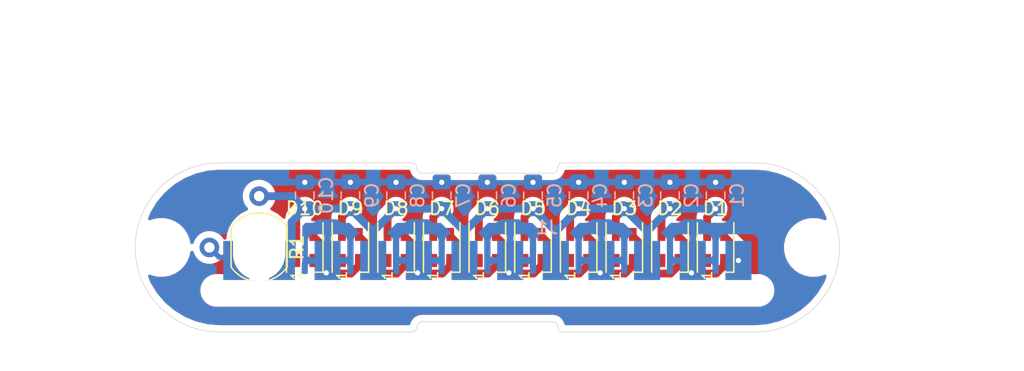
<source format=kicad_pcb>
(kicad_pcb (version 20171130) (host pcbnew "(5.1.5-0-10_14)")

  (general
    (thickness 1.6)
    (drawings 21)
    (tracks 131)
    (zones 0)
    (modules 25)
    (nets 15)
  )

  (page A4)
  (layers
    (0 F.Cu signal)
    (31 B.Cu signal)
    (32 B.Adhes user)
    (33 F.Adhes user)
    (34 B.Paste user)
    (35 F.Paste user)
    (36 B.SilkS user)
    (37 F.SilkS user)
    (38 B.Mask user)
    (39 F.Mask user)
    (40 Dwgs.User user)
    (41 Cmts.User user)
    (42 Eco1.User user)
    (43 Eco2.User user)
    (44 Edge.Cuts user)
    (45 Margin user)
    (46 B.CrtYd user)
    (47 F.CrtYd user)
    (48 B.Fab user)
    (49 F.Fab user)
  )

  (setup
    (last_trace_width 0.4)
    (trace_clearance 0.2)
    (zone_clearance 0.508)
    (zone_45_only no)
    (trace_min 0.2)
    (via_size 0.8)
    (via_drill 0.4)
    (via_min_size 0.4)
    (via_min_drill 0.3)
    (uvia_size 0.3)
    (uvia_drill 0.1)
    (uvias_allowed no)
    (uvia_min_size 0.2)
    (uvia_min_drill 0.1)
    (edge_width 0.05)
    (segment_width 0.2)
    (pcb_text_width 0.3)
    (pcb_text_size 1.5 1.5)
    (mod_edge_width 0.12)
    (mod_text_size 1 1)
    (mod_text_width 0.15)
    (pad_size 1.524 1.524)
    (pad_drill 0.762)
    (pad_to_mask_clearance 0.051)
    (solder_mask_min_width 0.25)
    (aux_axis_origin 0 0)
    (grid_origin 147 96.5)
    (visible_elements FFFFFF7F)
    (pcbplotparams
      (layerselection 0x010fc_ffffffff)
      (usegerberextensions false)
      (usegerberattributes false)
      (usegerberadvancedattributes false)
      (creategerberjobfile false)
      (excludeedgelayer true)
      (linewidth 0.100000)
      (plotframeref false)
      (viasonmask false)
      (mode 1)
      (useauxorigin false)
      (hpglpennumber 1)
      (hpglpenspeed 20)
      (hpglpendiameter 15.000000)
      (psnegative false)
      (psa4output false)
      (plotreference true)
      (plotvalue true)
      (plotinvisibletext false)
      (padsonsilk false)
      (subtractmaskfromsilk false)
      (outputformat 1)
      (mirror false)
      (drillshape 0)
      (scaleselection 1)
      (outputdirectory "gerber"))
  )

  (net 0 "")
  (net 1 +5V)
  (net 2 GND)
  (net 3 "Net-(D1-Pad1)")
  (net 4 "Net-(D2-Pad1)")
  (net 5 "Net-(D3-Pad1)")
  (net 6 "Net-(D4-Pad1)")
  (net 7 "Net-(D5-Pad1)")
  (net 8 "Net-(D6-Pad1)")
  (net 9 "Net-(D7-Pad1)")
  (net 10 "Net-(D8-Pad1)")
  (net 11 "Net-(D10-Pad3)")
  (net 12 "Net-(D10-Pad1)")
  (net 13 DIN)
  (net 14 ROUT)

  (net_class Default "This is the default net class."
    (clearance 0.2)
    (trace_width 0.4)
    (via_dia 0.8)
    (via_drill 0.4)
    (uvia_dia 0.3)
    (uvia_drill 0.1)
    (add_net DIN)
    (add_net "Net-(D1-Pad1)")
    (add_net "Net-(D10-Pad1)")
    (add_net "Net-(D10-Pad3)")
    (add_net "Net-(D2-Pad1)")
    (add_net "Net-(D3-Pad1)")
    (add_net "Net-(D4-Pad1)")
    (add_net "Net-(D5-Pad1)")
    (add_net "Net-(D6-Pad1)")
    (add_net "Net-(D7-Pad1)")
    (add_net "Net-(D8-Pad1)")
    (add_net ROUT)
  )

  (net_class Thick ""
    (clearance 0.2)
    (trace_width 0.6)
    (via_dia 0.8)
    (via_drill 0.4)
    (uvia_dia 0.3)
    (uvia_drill 0.1)
    (add_net +5V)
    (add_net GND)
  )

  (module lib:R_LDR_5.1x4.3mm_P3.4mm_Vertical (layer F.Cu) (tedit 5F43E586) (tstamp 5F6633DA)
    (at 129.5 96.5 270)
    (descr "Resistor, LDR 5.1x3.4mm, see http://yourduino.com/docs/Photoresistor-5516-datasheet.pdf")
    (tags "Resistor LDR5.1x3.4mm")
    (path /5F45CAA5)
    (fp_text reference R1 (at 0 -2.9 90) (layer F.SilkS)
      (effects (font (size 1 1) (thickness 0.15)))
    )
    (fp_text value R_PHOTO (at 1.5 3 90) (layer F.Fab)
      (effects (font (size 1 1) (thickness 0.15)))
    )
    (fp_text user %R (at 0 -2.9 90) (layer F.Fab)
      (effects (font (size 1 1) (thickness 0.15)))
    )
    (fp_line (start -1.55 2.15) (end 1.5 2.15) (layer F.SilkS) (width 0.12))
    (fp_line (start -1.55 -2.15) (end 1.5 -2.15) (layer F.SilkS) (width 0.12))
    (fp_line (start -0.7 0) (end 0.6 0) (layer F.Fab) (width 0.1))
    (fp_line (start 0.6 0) (end 0.6 -0.6) (layer F.Fab) (width 0.1))
    (fp_line (start 0.6 -0.6) (end -0.9 -0.6) (layer F.Fab) (width 0.1))
    (fp_line (start 0.9 0.6) (end -0.7 0.6) (layer F.Fab) (width 0.1))
    (fp_line (start -0.9 -1.8) (end 0.9 -1.8) (layer F.Fab) (width 0.1))
    (fp_line (start 0.9 -1.8) (end 0.9 -1.2) (layer F.Fab) (width 0.1))
    (fp_line (start 0.9 -1.2) (end -0.9 -1.2) (layer F.Fab) (width 0.1))
    (fp_line (start -0.9 -1.2) (end -0.9 -0.6) (layer F.Fab) (width 0.1))
    (fp_line (start -0.7 0) (end -0.7 0.6) (layer F.Fab) (width 0.1))
    (fp_line (start 0.9 0.6) (end 0.9 1.2) (layer F.Fab) (width 0.1))
    (fp_line (start 0.9 1.2) (end -0.9 1.2) (layer F.Fab) (width 0.1))
    (fp_line (start -0.9 1.2) (end -0.9 1.8) (layer F.Fab) (width 0.1))
    (fp_line (start -0.9 1.8) (end 0.9 1.8) (layer F.Fab) (width 0.1))
    (fp_line (start 1.5 2.1) (end -1.5 2.1) (layer F.Fab) (width 0.1))
    (fp_line (start -1.5 -2.1) (end 1.5 -2.1) (layer F.Fab) (width 0.1))
    (fp_line (start -2.83 -2.35) (end 2.83 -2.35) (layer F.CrtYd) (width 0.05))
    (fp_line (start -2.83 -2.35) (end -2.83 2.35) (layer F.CrtYd) (width 0.05))
    (fp_line (start 2.83 2.35) (end 2.83 -2.35) (layer F.CrtYd) (width 0.05))
    (fp_line (start 2.83 2.35) (end -2.83 2.35) (layer F.CrtYd) (width 0.05))
    (fp_arc (start 0 0) (end -1.55 2.15) (angle 109) (layer F.SilkS) (width 0.12))
    (fp_arc (start 0 0) (end 1.5 -2.15) (angle 109) (layer F.SilkS) (width 0.12))
    (fp_arc (start 0 0) (end 1.5 -2.1) (angle 109) (layer F.Fab) (width 0.1))
    (fp_arc (start 0 0) (end -1.5 2.1) (angle 109) (layer F.Fab) (width 0.1))
    (pad "" np_thru_hole oval (at 0 0 270) (size 5 4) (drill oval 5 4) (layers *.Cu *.Mask))
    (pad 1 thru_hole circle (at -3.937 0 270) (size 1.5 1.5) (drill 0.8) (layers *.Cu *.Mask)
      (net 1 +5V))
    (pad 2 thru_hole circle (at 0 3.81 270) (size 1.5 1.5) (drill 0.8) (layers *.Cu *.Mask)
      (net 14 ROUT))
    (model ${KISYS3DMOD}/OptoDevice.3dshapes/R_LDR_5.1x4.3mm_P3.4mm_Vertical.wrl
      (offset (xyz -1.7 0 -3.8))
      (scale (xyz 1 1 1))
      (rotate (xyz 0 0 0))
    )
  )

  (module lib:PCBEdge_x12 (layer B.Cu) (tedit 5F43E4F7) (tstamp 5F663B01)
    (at 162.75 97.5 180)
    (descr PCBEdge_Pin_HEader_x12)
    (tags PCBEdge)
    (path /5F4843A2)
    (attr virtual)
    (fp_text reference J1 (at 11.176 2.54) (layer B.SilkS)
      (effects (font (size 1 1) (thickness 0.15)) (justify mirror))
    )
    (fp_text value Conn_01x12_Male (at 11.684 -2.794) (layer B.Fab)
      (effects (font (size 1 1) (thickness 0.15)) (justify mirror))
    )
    (fp_line (start 36.06 -1.524) (end -4.564 -1.524) (layer B.CrtYd) (width 0.05))
    (fp_line (start 36.06 -1.524) (end 36.06 1.524) (layer B.CrtYd) (width 0.05))
    (fp_line (start -4.564 1.524) (end -4.564 -1.524) (layer B.CrtYd) (width 0.05))
    (fp_line (start -4.572 1.524) (end 36.06 1.524) (layer B.CrtYd) (width 0.05))
    (pad 12 connect rect (at 35 0 180) (size 2 3) (layers B.Cu B.Mask)
      (net 14 ROUT))
    (pad 11 connect rect (at 31.5 0 180) (size 2 3) (layers B.Cu B.Mask)
      (net 1 +5V))
    (pad 10 connect rect (at 28 0 180) (size 2 3) (layers B.Cu B.Mask)
      (net 2 GND))
    (pad 9 connect rect (at 24.5 0 180) (size 2 3) (layers B.Cu B.Mask)
      (net 1 +5V))
    (pad 8 connect rect (at 21 0 180) (size 2 3) (layers B.Cu B.Mask)
      (net 2 GND))
    (pad 7 connect rect (at 17.5 0) (size 2 3) (layers B.Cu B.Mask)
      (net 1 +5V))
    (pad 6 connect rect (at 14 0 180) (size 2 3) (layers B.Cu B.Mask)
      (net 2 GND))
    (pad 5 connect rect (at 10.5 0 180) (size 2 3) (layers B.Cu B.Mask)
      (net 1 +5V))
    (pad 4 connect rect (at 7 0 180) (size 2 3) (layers B.Cu B.Mask)
      (net 2 GND))
    (pad 3 connect rect (at 3.5 0 180) (size 2 3) (layers B.Cu B.Mask)
      (net 1 +5V))
    (pad 2 connect rect (at 0 0 180) (size 2 3) (layers B.Cu B.Mask)
      (net 2 GND))
    (pad 1 connect rect (at -3.5 0 180) (size 2 3) (layers B.Cu B.Mask)
      (net 13 DIN))
  )

  (module Capacitor_SMD:C_0805_2012Metric_Pad1.15x1.40mm_HandSolder (layer B.Cu) (tedit 5B36C52B) (tstamp 5F66377B)
    (at 164.5 92.5 90)
    (descr "Capacitor SMD 0805 (2012 Metric), square (rectangular) end terminal, IPC_7351 nominal with elongated pad for handsoldering. (Body size source: https://docs.google.com/spreadsheets/d/1BsfQQcO9C6DZCsRaXUlFlo91Tg2WpOkGARC1WS5S8t0/edit?usp=sharing), generated with kicad-footprint-generator")
    (tags "capacitor handsolder")
    (path /5F452651)
    (attr smd)
    (fp_text reference C1 (at 0 1.65 90) (layer B.SilkS)
      (effects (font (size 1 1) (thickness 0.15)) (justify mirror))
    )
    (fp_text value 0.1uF (at 0 -1.65 90) (layer B.Fab)
      (effects (font (size 1 1) (thickness 0.15)) (justify mirror))
    )
    (fp_line (start -1 -0.6) (end -1 0.6) (layer B.Fab) (width 0.1))
    (fp_line (start -1 0.6) (end 1 0.6) (layer B.Fab) (width 0.1))
    (fp_line (start 1 0.6) (end 1 -0.6) (layer B.Fab) (width 0.1))
    (fp_line (start 1 -0.6) (end -1 -0.6) (layer B.Fab) (width 0.1))
    (fp_line (start -0.261252 0.71) (end 0.261252 0.71) (layer B.SilkS) (width 0.12))
    (fp_line (start -0.261252 -0.71) (end 0.261252 -0.71) (layer B.SilkS) (width 0.12))
    (fp_line (start -1.85 -0.95) (end -1.85 0.95) (layer B.CrtYd) (width 0.05))
    (fp_line (start -1.85 0.95) (end 1.85 0.95) (layer B.CrtYd) (width 0.05))
    (fp_line (start 1.85 0.95) (end 1.85 -0.95) (layer B.CrtYd) (width 0.05))
    (fp_line (start 1.85 -0.95) (end -1.85 -0.95) (layer B.CrtYd) (width 0.05))
    (fp_text user %R (at 0 0 90) (layer B.Fab)
      (effects (font (size 0.5 0.5) (thickness 0.08)) (justify mirror))
    )
    (pad 1 smd roundrect (at -1.025 0 90) (size 1.15 1.4) (layers B.Cu B.Paste B.Mask) (roundrect_rratio 0.217391)
      (net 1 +5V))
    (pad 2 smd roundrect (at 1.025 0 90) (size 1.15 1.4) (layers B.Cu B.Paste B.Mask) (roundrect_rratio 0.217391)
      (net 2 GND))
    (model ${KISYS3DMOD}/Capacitor_SMD.3dshapes/C_0805_2012Metric.wrl
      (at (xyz 0 0 0))
      (scale (xyz 1 1 1))
      (rotate (xyz 0 0 0))
    )
  )

  (module Capacitor_SMD:C_0805_2012Metric_Pad1.15x1.40mm_HandSolder (layer B.Cu) (tedit 5B36C52B) (tstamp 5F43D25D)
    (at 161 92.5 90)
    (descr "Capacitor SMD 0805 (2012 Metric), square (rectangular) end terminal, IPC_7351 nominal with elongated pad for handsoldering. (Body size source: https://docs.google.com/spreadsheets/d/1BsfQQcO9C6DZCsRaXUlFlo91Tg2WpOkGARC1WS5S8t0/edit?usp=sharing), generated with kicad-footprint-generator")
    (tags "capacitor handsolder")
    (path /5F454084)
    (attr smd)
    (fp_text reference C2 (at 0 1.65 270) (layer B.SilkS)
      (effects (font (size 1 1) (thickness 0.15)) (justify mirror))
    )
    (fp_text value 0.1uF (at 0 -1.65 270) (layer B.Fab)
      (effects (font (size 1 1) (thickness 0.15)) (justify mirror))
    )
    (fp_text user %R (at 0 0 270) (layer B.Fab)
      (effects (font (size 0.5 0.5) (thickness 0.08)) (justify mirror))
    )
    (fp_line (start 1.85 -0.95) (end -1.85 -0.95) (layer B.CrtYd) (width 0.05))
    (fp_line (start 1.85 0.95) (end 1.85 -0.95) (layer B.CrtYd) (width 0.05))
    (fp_line (start -1.85 0.95) (end 1.85 0.95) (layer B.CrtYd) (width 0.05))
    (fp_line (start -1.85 -0.95) (end -1.85 0.95) (layer B.CrtYd) (width 0.05))
    (fp_line (start -0.261252 -0.71) (end 0.261252 -0.71) (layer B.SilkS) (width 0.12))
    (fp_line (start -0.261252 0.71) (end 0.261252 0.71) (layer B.SilkS) (width 0.12))
    (fp_line (start 1 -0.6) (end -1 -0.6) (layer B.Fab) (width 0.1))
    (fp_line (start 1 0.6) (end 1 -0.6) (layer B.Fab) (width 0.1))
    (fp_line (start -1 0.6) (end 1 0.6) (layer B.Fab) (width 0.1))
    (fp_line (start -1 -0.6) (end -1 0.6) (layer B.Fab) (width 0.1))
    (pad 2 smd roundrect (at 1.025 0 90) (size 1.15 1.4) (layers B.Cu B.Paste B.Mask) (roundrect_rratio 0.217391)
      (net 2 GND))
    (pad 1 smd roundrect (at -1.025 0 90) (size 1.15 1.4) (layers B.Cu B.Paste B.Mask) (roundrect_rratio 0.217391)
      (net 1 +5V))
    (model ${KISYS3DMOD}/Capacitor_SMD.3dshapes/C_0805_2012Metric.wrl
      (at (xyz 0 0 0))
      (scale (xyz 1 1 1))
      (rotate (xyz 0 0 0))
    )
  )

  (module Capacitor_SMD:C_0805_2012Metric_Pad1.15x1.40mm_HandSolder (layer B.Cu) (tedit 5B36C52B) (tstamp 5F43D26E)
    (at 157.5 92.5 90)
    (descr "Capacitor SMD 0805 (2012 Metric), square (rectangular) end terminal, IPC_7351 nominal with elongated pad for handsoldering. (Body size source: https://docs.google.com/spreadsheets/d/1BsfQQcO9C6DZCsRaXUlFlo91Tg2WpOkGARC1WS5S8t0/edit?usp=sharing), generated with kicad-footprint-generator")
    (tags "capacitor handsolder")
    (path /5F4563BA)
    (attr smd)
    (fp_text reference C3 (at 0 1.65 270) (layer B.SilkS)
      (effects (font (size 1 1) (thickness 0.15)) (justify mirror))
    )
    (fp_text value 0.1uF (at 0 -1.65 270) (layer B.Fab)
      (effects (font (size 1 1) (thickness 0.15)) (justify mirror))
    )
    (fp_line (start -1 -0.6) (end -1 0.6) (layer B.Fab) (width 0.1))
    (fp_line (start -1 0.6) (end 1 0.6) (layer B.Fab) (width 0.1))
    (fp_line (start 1 0.6) (end 1 -0.6) (layer B.Fab) (width 0.1))
    (fp_line (start 1 -0.6) (end -1 -0.6) (layer B.Fab) (width 0.1))
    (fp_line (start -0.261252 0.71) (end 0.261252 0.71) (layer B.SilkS) (width 0.12))
    (fp_line (start -0.261252 -0.71) (end 0.261252 -0.71) (layer B.SilkS) (width 0.12))
    (fp_line (start -1.85 -0.95) (end -1.85 0.95) (layer B.CrtYd) (width 0.05))
    (fp_line (start -1.85 0.95) (end 1.85 0.95) (layer B.CrtYd) (width 0.05))
    (fp_line (start 1.85 0.95) (end 1.85 -0.95) (layer B.CrtYd) (width 0.05))
    (fp_line (start 1.85 -0.95) (end -1.85 -0.95) (layer B.CrtYd) (width 0.05))
    (fp_text user %R (at 0 0 270) (layer B.Fab)
      (effects (font (size 0.5 0.5) (thickness 0.08)) (justify mirror))
    )
    (pad 1 smd roundrect (at -1.025 0 90) (size 1.15 1.4) (layers B.Cu B.Paste B.Mask) (roundrect_rratio 0.217391)
      (net 1 +5V))
    (pad 2 smd roundrect (at 1.025 0 90) (size 1.15 1.4) (layers B.Cu B.Paste B.Mask) (roundrect_rratio 0.217391)
      (net 2 GND))
    (model ${KISYS3DMOD}/Capacitor_SMD.3dshapes/C_0805_2012Metric.wrl
      (at (xyz 0 0 0))
      (scale (xyz 1 1 1))
      (rotate (xyz 0 0 0))
    )
  )

  (module Capacitor_SMD:C_0805_2012Metric_Pad1.15x1.40mm_HandSolder (layer B.Cu) (tedit 5B36C52B) (tstamp 5F43D27F)
    (at 154 92.5 90)
    (descr "Capacitor SMD 0805 (2012 Metric), square (rectangular) end terminal, IPC_7351 nominal with elongated pad for handsoldering. (Body size source: https://docs.google.com/spreadsheets/d/1BsfQQcO9C6DZCsRaXUlFlo91Tg2WpOkGARC1WS5S8t0/edit?usp=sharing), generated with kicad-footprint-generator")
    (tags "capacitor handsolder")
    (path /5F4563DB)
    (attr smd)
    (fp_text reference C4 (at 0 1.65 270) (layer B.SilkS)
      (effects (font (size 1 1) (thickness 0.15)) (justify mirror))
    )
    (fp_text value 0.1uF (at 0 -1.65 270) (layer B.Fab)
      (effects (font (size 1 1) (thickness 0.15)) (justify mirror))
    )
    (fp_text user %R (at 0 0 270) (layer B.Fab)
      (effects (font (size 0.5 0.5) (thickness 0.08)) (justify mirror))
    )
    (fp_line (start 1.85 -0.95) (end -1.85 -0.95) (layer B.CrtYd) (width 0.05))
    (fp_line (start 1.85 0.95) (end 1.85 -0.95) (layer B.CrtYd) (width 0.05))
    (fp_line (start -1.85 0.95) (end 1.85 0.95) (layer B.CrtYd) (width 0.05))
    (fp_line (start -1.85 -0.95) (end -1.85 0.95) (layer B.CrtYd) (width 0.05))
    (fp_line (start -0.261252 -0.71) (end 0.261252 -0.71) (layer B.SilkS) (width 0.12))
    (fp_line (start -0.261252 0.71) (end 0.261252 0.71) (layer B.SilkS) (width 0.12))
    (fp_line (start 1 -0.6) (end -1 -0.6) (layer B.Fab) (width 0.1))
    (fp_line (start 1 0.6) (end 1 -0.6) (layer B.Fab) (width 0.1))
    (fp_line (start -1 0.6) (end 1 0.6) (layer B.Fab) (width 0.1))
    (fp_line (start -1 -0.6) (end -1 0.6) (layer B.Fab) (width 0.1))
    (pad 2 smd roundrect (at 1.025 0 90) (size 1.15 1.4) (layers B.Cu B.Paste B.Mask) (roundrect_rratio 0.217391)
      (net 2 GND))
    (pad 1 smd roundrect (at -1.025 0 90) (size 1.15 1.4) (layers B.Cu B.Paste B.Mask) (roundrect_rratio 0.217391)
      (net 1 +5V))
    (model ${KISYS3DMOD}/Capacitor_SMD.3dshapes/C_0805_2012Metric.wrl
      (at (xyz 0 0 0))
      (scale (xyz 1 1 1))
      (rotate (xyz 0 0 0))
    )
  )

  (module Capacitor_SMD:C_0805_2012Metric_Pad1.15x1.40mm_HandSolder (layer B.Cu) (tedit 5B36C52B) (tstamp 5F43D290)
    (at 150.5 92.5 90)
    (descr "Capacitor SMD 0805 (2012 Metric), square (rectangular) end terminal, IPC_7351 nominal with elongated pad for handsoldering. (Body size source: https://docs.google.com/spreadsheets/d/1BsfQQcO9C6DZCsRaXUlFlo91Tg2WpOkGARC1WS5S8t0/edit?usp=sharing), generated with kicad-footprint-generator")
    (tags "capacitor handsolder")
    (path /5F4577B4)
    (attr smd)
    (fp_text reference C5 (at 0 1.65 270) (layer B.SilkS)
      (effects (font (size 1 1) (thickness 0.15)) (justify mirror))
    )
    (fp_text value 0.1uF (at 0 -1.65 270) (layer B.Fab)
      (effects (font (size 1 1) (thickness 0.15)) (justify mirror))
    )
    (fp_line (start -1 -0.6) (end -1 0.6) (layer B.Fab) (width 0.1))
    (fp_line (start -1 0.6) (end 1 0.6) (layer B.Fab) (width 0.1))
    (fp_line (start 1 0.6) (end 1 -0.6) (layer B.Fab) (width 0.1))
    (fp_line (start 1 -0.6) (end -1 -0.6) (layer B.Fab) (width 0.1))
    (fp_line (start -0.261252 0.71) (end 0.261252 0.71) (layer B.SilkS) (width 0.12))
    (fp_line (start -0.261252 -0.71) (end 0.261252 -0.71) (layer B.SilkS) (width 0.12))
    (fp_line (start -1.85 -0.95) (end -1.85 0.95) (layer B.CrtYd) (width 0.05))
    (fp_line (start -1.85 0.95) (end 1.85 0.95) (layer B.CrtYd) (width 0.05))
    (fp_line (start 1.85 0.95) (end 1.85 -0.95) (layer B.CrtYd) (width 0.05))
    (fp_line (start 1.85 -0.95) (end -1.85 -0.95) (layer B.CrtYd) (width 0.05))
    (fp_text user %R (at 0 0 270) (layer B.Fab)
      (effects (font (size 0.5 0.5) (thickness 0.08)) (justify mirror))
    )
    (pad 1 smd roundrect (at -1.025 0 90) (size 1.15 1.4) (layers B.Cu B.Paste B.Mask) (roundrect_rratio 0.217391)
      (net 1 +5V))
    (pad 2 smd roundrect (at 1.025 0 90) (size 1.15 1.4) (layers B.Cu B.Paste B.Mask) (roundrect_rratio 0.217391)
      (net 2 GND))
    (model ${KISYS3DMOD}/Capacitor_SMD.3dshapes/C_0805_2012Metric.wrl
      (at (xyz 0 0 0))
      (scale (xyz 1 1 1))
      (rotate (xyz 0 0 0))
    )
  )

  (module Capacitor_SMD:C_0805_2012Metric_Pad1.15x1.40mm_HandSolder (layer B.Cu) (tedit 5B36C52B) (tstamp 5F43D2A1)
    (at 147 92.5 90)
    (descr "Capacitor SMD 0805 (2012 Metric), square (rectangular) end terminal, IPC_7351 nominal with elongated pad for handsoldering. (Body size source: https://docs.google.com/spreadsheets/d/1BsfQQcO9C6DZCsRaXUlFlo91Tg2WpOkGARC1WS5S8t0/edit?usp=sharing), generated with kicad-footprint-generator")
    (tags "capacitor handsolder")
    (path /5F4577D5)
    (attr smd)
    (fp_text reference C6 (at 0 1.65 270) (layer B.SilkS)
      (effects (font (size 1 1) (thickness 0.15)) (justify mirror))
    )
    (fp_text value 0.1uF (at 0 -1.65 270) (layer B.Fab)
      (effects (font (size 1 1) (thickness 0.15)) (justify mirror))
    )
    (fp_text user %R (at 0 0 270) (layer B.Fab)
      (effects (font (size 0.5 0.5) (thickness 0.08)) (justify mirror))
    )
    (fp_line (start 1.85 -0.95) (end -1.85 -0.95) (layer B.CrtYd) (width 0.05))
    (fp_line (start 1.85 0.95) (end 1.85 -0.95) (layer B.CrtYd) (width 0.05))
    (fp_line (start -1.85 0.95) (end 1.85 0.95) (layer B.CrtYd) (width 0.05))
    (fp_line (start -1.85 -0.95) (end -1.85 0.95) (layer B.CrtYd) (width 0.05))
    (fp_line (start -0.261252 -0.71) (end 0.261252 -0.71) (layer B.SilkS) (width 0.12))
    (fp_line (start -0.261252 0.71) (end 0.261252 0.71) (layer B.SilkS) (width 0.12))
    (fp_line (start 1 -0.6) (end -1 -0.6) (layer B.Fab) (width 0.1))
    (fp_line (start 1 0.6) (end 1 -0.6) (layer B.Fab) (width 0.1))
    (fp_line (start -1 0.6) (end 1 0.6) (layer B.Fab) (width 0.1))
    (fp_line (start -1 -0.6) (end -1 0.6) (layer B.Fab) (width 0.1))
    (pad 2 smd roundrect (at 1.025 0 90) (size 1.15 1.4) (layers B.Cu B.Paste B.Mask) (roundrect_rratio 0.217391)
      (net 2 GND))
    (pad 1 smd roundrect (at -1.025 0 90) (size 1.15 1.4) (layers B.Cu B.Paste B.Mask) (roundrect_rratio 0.217391)
      (net 1 +5V))
    (model ${KISYS3DMOD}/Capacitor_SMD.3dshapes/C_0805_2012Metric.wrl
      (at (xyz 0 0 0))
      (scale (xyz 1 1 1))
      (rotate (xyz 0 0 0))
    )
  )

  (module Capacitor_SMD:C_0805_2012Metric_Pad1.15x1.40mm_HandSolder (layer B.Cu) (tedit 5B36C52B) (tstamp 5F43E18A)
    (at 143.5 92.5 90)
    (descr "Capacitor SMD 0805 (2012 Metric), square (rectangular) end terminal, IPC_7351 nominal with elongated pad for handsoldering. (Body size source: https://docs.google.com/spreadsheets/d/1BsfQQcO9C6DZCsRaXUlFlo91Tg2WpOkGARC1WS5S8t0/edit?usp=sharing), generated with kicad-footprint-generator")
    (tags "capacitor handsolder")
    (path /5F4577F6)
    (attr smd)
    (fp_text reference C7 (at 0 1.65 270) (layer B.SilkS)
      (effects (font (size 1 1) (thickness 0.15)) (justify mirror))
    )
    (fp_text value 0.1uF (at 0 -1.65 270) (layer B.Fab)
      (effects (font (size 1 1) (thickness 0.15)) (justify mirror))
    )
    (fp_line (start -1 -0.6) (end -1 0.6) (layer B.Fab) (width 0.1))
    (fp_line (start -1 0.6) (end 1 0.6) (layer B.Fab) (width 0.1))
    (fp_line (start 1 0.6) (end 1 -0.6) (layer B.Fab) (width 0.1))
    (fp_line (start 1 -0.6) (end -1 -0.6) (layer B.Fab) (width 0.1))
    (fp_line (start -0.261252 0.71) (end 0.261252 0.71) (layer B.SilkS) (width 0.12))
    (fp_line (start -0.261252 -0.71) (end 0.261252 -0.71) (layer B.SilkS) (width 0.12))
    (fp_line (start -1.85 -0.95) (end -1.85 0.95) (layer B.CrtYd) (width 0.05))
    (fp_line (start -1.85 0.95) (end 1.85 0.95) (layer B.CrtYd) (width 0.05))
    (fp_line (start 1.85 0.95) (end 1.85 -0.95) (layer B.CrtYd) (width 0.05))
    (fp_line (start 1.85 -0.95) (end -1.85 -0.95) (layer B.CrtYd) (width 0.05))
    (fp_text user %R (at 0 0 270) (layer B.Fab)
      (effects (font (size 0.5 0.5) (thickness 0.08)) (justify mirror))
    )
    (pad 1 smd roundrect (at -1.025 0 90) (size 1.15 1.4) (layers B.Cu B.Paste B.Mask) (roundrect_rratio 0.217391)
      (net 1 +5V))
    (pad 2 smd roundrect (at 1.025 0 90) (size 1.15 1.4) (layers B.Cu B.Paste B.Mask) (roundrect_rratio 0.217391)
      (net 2 GND))
    (model ${KISYS3DMOD}/Capacitor_SMD.3dshapes/C_0805_2012Metric.wrl
      (at (xyz 0 0 0))
      (scale (xyz 1 1 1))
      (rotate (xyz 0 0 0))
    )
  )

  (module Capacitor_SMD:C_0805_2012Metric_Pad1.15x1.40mm_HandSolder (layer B.Cu) (tedit 5B36C52B) (tstamp 5F43D2C3)
    (at 140 92.5 90)
    (descr "Capacitor SMD 0805 (2012 Metric), square (rectangular) end terminal, IPC_7351 nominal with elongated pad for handsoldering. (Body size source: https://docs.google.com/spreadsheets/d/1BsfQQcO9C6DZCsRaXUlFlo91Tg2WpOkGARC1WS5S8t0/edit?usp=sharing), generated with kicad-footprint-generator")
    (tags "capacitor handsolder")
    (path /5F457817)
    (attr smd)
    (fp_text reference C8 (at 0 1.65 270) (layer B.SilkS)
      (effects (font (size 1 1) (thickness 0.15)) (justify mirror))
    )
    (fp_text value 0.1uF (at 0 -1.65 270) (layer B.Fab)
      (effects (font (size 1 1) (thickness 0.15)) (justify mirror))
    )
    (fp_text user %R (at 0 0 270) (layer B.Fab)
      (effects (font (size 0.5 0.5) (thickness 0.08)) (justify mirror))
    )
    (fp_line (start 1.85 -0.95) (end -1.85 -0.95) (layer B.CrtYd) (width 0.05))
    (fp_line (start 1.85 0.95) (end 1.85 -0.95) (layer B.CrtYd) (width 0.05))
    (fp_line (start -1.85 0.95) (end 1.85 0.95) (layer B.CrtYd) (width 0.05))
    (fp_line (start -1.85 -0.95) (end -1.85 0.95) (layer B.CrtYd) (width 0.05))
    (fp_line (start -0.261252 -0.71) (end 0.261252 -0.71) (layer B.SilkS) (width 0.12))
    (fp_line (start -0.261252 0.71) (end 0.261252 0.71) (layer B.SilkS) (width 0.12))
    (fp_line (start 1 -0.6) (end -1 -0.6) (layer B.Fab) (width 0.1))
    (fp_line (start 1 0.6) (end 1 -0.6) (layer B.Fab) (width 0.1))
    (fp_line (start -1 0.6) (end 1 0.6) (layer B.Fab) (width 0.1))
    (fp_line (start -1 -0.6) (end -1 0.6) (layer B.Fab) (width 0.1))
    (pad 2 smd roundrect (at 1.025 0 90) (size 1.15 1.4) (layers B.Cu B.Paste B.Mask) (roundrect_rratio 0.217391)
      (net 2 GND))
    (pad 1 smd roundrect (at -1.025 0 90) (size 1.15 1.4) (layers B.Cu B.Paste B.Mask) (roundrect_rratio 0.217391)
      (net 1 +5V))
    (model ${KISYS3DMOD}/Capacitor_SMD.3dshapes/C_0805_2012Metric.wrl
      (at (xyz 0 0 0))
      (scale (xyz 1 1 1))
      (rotate (xyz 0 0 0))
    )
  )

  (module Capacitor_SMD:C_0805_2012Metric_Pad1.15x1.40mm_HandSolder (layer B.Cu) (tedit 5B36C52B) (tstamp 5F43D2D4)
    (at 136.5 92.5 90)
    (descr "Capacitor SMD 0805 (2012 Metric), square (rectangular) end terminal, IPC_7351 nominal with elongated pad for handsoldering. (Body size source: https://docs.google.com/spreadsheets/d/1BsfQQcO9C6DZCsRaXUlFlo91Tg2WpOkGARC1WS5S8t0/edit?usp=sharing), generated with kicad-footprint-generator")
    (tags "capacitor handsolder")
    (path /5F45AF42)
    (attr smd)
    (fp_text reference C9 (at 0 1.65 270) (layer B.SilkS)
      (effects (font (size 1 1) (thickness 0.15)) (justify mirror))
    )
    (fp_text value 0.1uF (at 0 -1.65 270) (layer B.Fab)
      (effects (font (size 1 1) (thickness 0.15)) (justify mirror))
    )
    (fp_line (start -1 -0.6) (end -1 0.6) (layer B.Fab) (width 0.1))
    (fp_line (start -1 0.6) (end 1 0.6) (layer B.Fab) (width 0.1))
    (fp_line (start 1 0.6) (end 1 -0.6) (layer B.Fab) (width 0.1))
    (fp_line (start 1 -0.6) (end -1 -0.6) (layer B.Fab) (width 0.1))
    (fp_line (start -0.261252 0.71) (end 0.261252 0.71) (layer B.SilkS) (width 0.12))
    (fp_line (start -0.261252 -0.71) (end 0.261252 -0.71) (layer B.SilkS) (width 0.12))
    (fp_line (start -1.85 -0.95) (end -1.85 0.95) (layer B.CrtYd) (width 0.05))
    (fp_line (start -1.85 0.95) (end 1.85 0.95) (layer B.CrtYd) (width 0.05))
    (fp_line (start 1.85 0.95) (end 1.85 -0.95) (layer B.CrtYd) (width 0.05))
    (fp_line (start 1.85 -0.95) (end -1.85 -0.95) (layer B.CrtYd) (width 0.05))
    (fp_text user %R (at 0 0 270) (layer B.Fab)
      (effects (font (size 0.5 0.5) (thickness 0.08)) (justify mirror))
    )
    (pad 1 smd roundrect (at -1.025 0 90) (size 1.15 1.4) (layers B.Cu B.Paste B.Mask) (roundrect_rratio 0.217391)
      (net 1 +5V))
    (pad 2 smd roundrect (at 1.025 0 90) (size 1.15 1.4) (layers B.Cu B.Paste B.Mask) (roundrect_rratio 0.217391)
      (net 2 GND))
    (model ${KISYS3DMOD}/Capacitor_SMD.3dshapes/C_0805_2012Metric.wrl
      (at (xyz 0 0 0))
      (scale (xyz 1 1 1))
      (rotate (xyz 0 0 0))
    )
  )

  (module Capacitor_SMD:C_0805_2012Metric_Pad1.15x1.40mm_HandSolder (layer B.Cu) (tedit 5B36C52B) (tstamp 5F43D2E5)
    (at 133 92.5 90)
    (descr "Capacitor SMD 0805 (2012 Metric), square (rectangular) end terminal, IPC_7351 nominal with elongated pad for handsoldering. (Body size source: https://docs.google.com/spreadsheets/d/1BsfQQcO9C6DZCsRaXUlFlo91Tg2WpOkGARC1WS5S8t0/edit?usp=sharing), generated with kicad-footprint-generator")
    (tags "capacitor handsolder")
    (path /5F45AF63)
    (attr smd)
    (fp_text reference C10 (at 0 1.65 270) (layer B.SilkS)
      (effects (font (size 1 1) (thickness 0.15)) (justify mirror))
    )
    (fp_text value 0.1uF (at 0 -1.65 270) (layer B.Fab)
      (effects (font (size 1 1) (thickness 0.15)) (justify mirror))
    )
    (fp_text user %R (at 0 0 270) (layer B.Fab)
      (effects (font (size 0.5 0.5) (thickness 0.08)) (justify mirror))
    )
    (fp_line (start 1.85 -0.95) (end -1.85 -0.95) (layer B.CrtYd) (width 0.05))
    (fp_line (start 1.85 0.95) (end 1.85 -0.95) (layer B.CrtYd) (width 0.05))
    (fp_line (start -1.85 0.95) (end 1.85 0.95) (layer B.CrtYd) (width 0.05))
    (fp_line (start -1.85 -0.95) (end -1.85 0.95) (layer B.CrtYd) (width 0.05))
    (fp_line (start -0.261252 -0.71) (end 0.261252 -0.71) (layer B.SilkS) (width 0.12))
    (fp_line (start -0.261252 0.71) (end 0.261252 0.71) (layer B.SilkS) (width 0.12))
    (fp_line (start 1 -0.6) (end -1 -0.6) (layer B.Fab) (width 0.1))
    (fp_line (start 1 0.6) (end 1 -0.6) (layer B.Fab) (width 0.1))
    (fp_line (start -1 0.6) (end 1 0.6) (layer B.Fab) (width 0.1))
    (fp_line (start -1 -0.6) (end -1 0.6) (layer B.Fab) (width 0.1))
    (pad 2 smd roundrect (at 1.025 0 90) (size 1.15 1.4) (layers B.Cu B.Paste B.Mask) (roundrect_rratio 0.217391)
      (net 2 GND))
    (pad 1 smd roundrect (at -1.025 0 90) (size 1.15 1.4) (layers B.Cu B.Paste B.Mask) (roundrect_rratio 0.217391)
      (net 1 +5V))
    (model ${KISYS3DMOD}/Capacitor_SMD.3dshapes/C_0805_2012Metric.wrl
      (at (xyz 0 0 0))
      (scale (xyz 1 1 1))
      (rotate (xyz 0 0 0))
    )
  )

  (module LED_SMD:LED_SK6805_PLCC4_2.4x2.7mm_P1.3mm (layer F.Cu) (tedit 5AA4B1EE) (tstamp 5F6634F4)
    (at 164.5 96.5 90)
    (descr https://cdn-shop.adafruit.com/product-files/3484/3484_Datasheet.pdf)
    (tags "LED RGB NeoPixel Nano")
    (path /5F43CC02)
    (attr smd)
    (fp_text reference D1 (at 3 0 180) (layer F.SilkS)
      (effects (font (size 1 1) (thickness 0.15)))
    )
    (fp_text value SK6805 (at 0 2.7 90) (layer F.Fab) hide
      (effects (font (size 1 1) (thickness 0.15)))
    )
    (fp_text user 1 (at -2.15 -0.65 90) (layer F.SilkS)
      (effects (font (size 0.75 0.75) (thickness 0.12)))
    )
    (fp_text user %R (at 0 0 90) (layer F.Fab)
      (effects (font (size 0.4 0.4) (thickness 0.08)))
    )
    (fp_line (start 1.75 -1.45) (end -1.75 -1.45) (layer F.CrtYd) (width 0.05))
    (fp_line (start 1.75 1.45) (end 1.75 -1.45) (layer F.CrtYd) (width 0.05))
    (fp_line (start -1.75 1.45) (end 1.75 1.45) (layer F.CrtYd) (width 0.05))
    (fp_line (start -1.75 -1.45) (end -1.75 1.45) (layer F.CrtYd) (width 0.05))
    (fp_line (start -1.35 0.6) (end -0.75 1.2) (layer F.Fab) (width 0.1))
    (fp_line (start -1.35 -1.2) (end -1.35 1.2) (layer F.Fab) (width 0.1))
    (fp_line (start -1.35 1.2) (end 1.35 1.2) (layer F.Fab) (width 0.1))
    (fp_line (start 1.35 1.2) (end 1.35 -1.2) (layer F.Fab) (width 0.1))
    (fp_line (start 1.35 -1.2) (end -1.35 -1.2) (layer F.Fab) (width 0.1))
    (fp_line (start -1.9 -1.4) (end 1.9 -1.4) (layer F.SilkS) (width 0.12))
    (fp_line (start -1.9 1.4) (end 1.9 1.4) (layer F.SilkS) (width 0.12))
    (fp_line (start -1.9 1.4) (end -1.9 0.65) (layer F.SilkS) (width 0.12))
    (fp_circle (center 0 0) (end 0 -1) (layer F.Fab) (width 0.1))
    (pad 3 smd rect (at 1 0.65 90) (size 1 0.6) (layers F.Cu F.Paste F.Mask)
      (net 13 DIN))
    (pad 4 smd rect (at 1 -0.65 90) (size 1 0.6) (layers F.Cu F.Paste F.Mask)
      (net 1 +5V))
    (pad 2 smd rect (at -1 0.65 90) (size 1 0.6) (layers F.Cu F.Paste F.Mask)
      (net 2 GND))
    (pad 1 smd rect (at -1 -0.65 90) (size 1 0.6) (layers F.Cu F.Paste F.Mask)
      (net 3 "Net-(D1-Pad1)"))
    (model ${KISYS3DMOD}/LED_SMD.3dshapes/LED_SK6812_PLCC4_5.0x5.0mm_P3.2mm.wrl
      (at (xyz 0 0 0))
      (scale (xyz 0.54 0.48 0.8))
      (rotate (xyz 0 0 0))
    )
  )

  (module LED_SMD:LED_SK6805_PLCC4_2.4x2.7mm_P1.3mm (layer F.Cu) (tedit 5AA4B1EE) (tstamp 5F43D313)
    (at 161 96.5 90)
    (descr https://cdn-shop.adafruit.com/product-files/3484/3484_Datasheet.pdf)
    (tags "LED RGB NeoPixel Nano")
    (path /5F43F0DD)
    (attr smd)
    (fp_text reference D2 (at 3 0 180) (layer F.SilkS)
      (effects (font (size 1 1) (thickness 0.15)))
    )
    (fp_text value SK6805 (at 0 2.7 90) (layer F.Fab) hide
      (effects (font (size 1 1) (thickness 0.15)))
    )
    (fp_circle (center 0 0) (end 0 -1) (layer F.Fab) (width 0.1))
    (fp_line (start -1.9 1.4) (end -1.9 0.65) (layer F.SilkS) (width 0.12))
    (fp_line (start -1.9 1.4) (end 1.9 1.4) (layer F.SilkS) (width 0.12))
    (fp_line (start -1.9 -1.4) (end 1.9 -1.4) (layer F.SilkS) (width 0.12))
    (fp_line (start 1.35 -1.2) (end -1.35 -1.2) (layer F.Fab) (width 0.1))
    (fp_line (start 1.35 1.2) (end 1.35 -1.2) (layer F.Fab) (width 0.1))
    (fp_line (start -1.35 1.2) (end 1.35 1.2) (layer F.Fab) (width 0.1))
    (fp_line (start -1.35 -1.2) (end -1.35 1.2) (layer F.Fab) (width 0.1))
    (fp_line (start -1.35 0.6) (end -0.75 1.2) (layer F.Fab) (width 0.1))
    (fp_line (start -1.75 -1.45) (end -1.75 1.45) (layer F.CrtYd) (width 0.05))
    (fp_line (start -1.75 1.45) (end 1.75 1.45) (layer F.CrtYd) (width 0.05))
    (fp_line (start 1.75 1.45) (end 1.75 -1.45) (layer F.CrtYd) (width 0.05))
    (fp_line (start 1.75 -1.45) (end -1.75 -1.45) (layer F.CrtYd) (width 0.05))
    (fp_text user %R (at 0 0 90) (layer F.Fab)
      (effects (font (size 0.4 0.4) (thickness 0.08)))
    )
    (pad 1 smd rect (at -1 -0.65 90) (size 1 0.6) (layers F.Cu F.Paste F.Mask)
      (net 4 "Net-(D2-Pad1)"))
    (pad 2 smd rect (at -1 0.65 90) (size 1 0.6) (layers F.Cu F.Paste F.Mask)
      (net 2 GND))
    (pad 4 smd rect (at 1 -0.65 90) (size 1 0.6) (layers F.Cu F.Paste F.Mask)
      (net 1 +5V))
    (pad 3 smd rect (at 1 0.65 90) (size 1 0.6) (layers F.Cu F.Paste F.Mask)
      (net 3 "Net-(D1-Pad1)"))
    (model ${KISYS3DMOD}/LED_SMD.3dshapes/LED_SK6812_PLCC4_5.0x5.0mm_P3.2mm.wrl
      (at (xyz 0 0 0))
      (scale (xyz 0.54 0.48 0.8))
      (rotate (xyz 0 0 0))
    )
  )

  (module LED_SMD:LED_SK6805_PLCC4_2.4x2.7mm_P1.3mm (layer F.Cu) (tedit 5AA4B1EE) (tstamp 5F43D32A)
    (at 157.5 96.5 90)
    (descr https://cdn-shop.adafruit.com/product-files/3484/3484_Datasheet.pdf)
    (tags "LED RGB NeoPixel Nano")
    (path /5F43FBD2)
    (attr smd)
    (fp_text reference D3 (at 3 0 180) (layer F.SilkS)
      (effects (font (size 1 1) (thickness 0.15)))
    )
    (fp_text value SK6805 (at 0 2.7 90) (layer F.Fab) hide
      (effects (font (size 1 1) (thickness 0.15)))
    )
    (fp_text user 1 (at -2.15 -0.65 90) (layer F.SilkS)
      (effects (font (size 0.75 0.75) (thickness 0.12)))
    )
    (fp_text user %R (at 0 0 90) (layer F.Fab)
      (effects (font (size 0.4 0.4) (thickness 0.08)))
    )
    (fp_line (start 1.75 -1.45) (end -1.75 -1.45) (layer F.CrtYd) (width 0.05))
    (fp_line (start 1.75 1.45) (end 1.75 -1.45) (layer F.CrtYd) (width 0.05))
    (fp_line (start -1.75 1.45) (end 1.75 1.45) (layer F.CrtYd) (width 0.05))
    (fp_line (start -1.75 -1.45) (end -1.75 1.45) (layer F.CrtYd) (width 0.05))
    (fp_line (start -1.35 0.6) (end -0.75 1.2) (layer F.Fab) (width 0.1))
    (fp_line (start -1.35 -1.2) (end -1.35 1.2) (layer F.Fab) (width 0.1))
    (fp_line (start -1.35 1.2) (end 1.35 1.2) (layer F.Fab) (width 0.1))
    (fp_line (start 1.35 1.2) (end 1.35 -1.2) (layer F.Fab) (width 0.1))
    (fp_line (start 1.35 -1.2) (end -1.35 -1.2) (layer F.Fab) (width 0.1))
    (fp_line (start -1.9 -1.4) (end 1.9 -1.4) (layer F.SilkS) (width 0.12))
    (fp_line (start -1.9 1.4) (end 1.9 1.4) (layer F.SilkS) (width 0.12))
    (fp_line (start -1.9 1.4) (end -1.9 0.65) (layer F.SilkS) (width 0.12))
    (fp_circle (center 0 0) (end 0 -1) (layer F.Fab) (width 0.1))
    (pad 3 smd rect (at 1 0.65 90) (size 1 0.6) (layers F.Cu F.Paste F.Mask)
      (net 4 "Net-(D2-Pad1)"))
    (pad 4 smd rect (at 1 -0.65 90) (size 1 0.6) (layers F.Cu F.Paste F.Mask)
      (net 1 +5V))
    (pad 2 smd rect (at -1 0.65 90) (size 1 0.6) (layers F.Cu F.Paste F.Mask)
      (net 2 GND))
    (pad 1 smd rect (at -1 -0.65 90) (size 1 0.6) (layers F.Cu F.Paste F.Mask)
      (net 5 "Net-(D3-Pad1)"))
    (model ${KISYS3DMOD}/LED_SMD.3dshapes/LED_SK6812_PLCC4_5.0x5.0mm_P3.2mm.wrl
      (at (xyz 0 0 0))
      (scale (xyz 0.54 0.48 0.8))
      (rotate (xyz 0 0 0))
    )
  )

  (module LED_SMD:LED_SK6805_PLCC4_2.4x2.7mm_P1.3mm (layer F.Cu) (tedit 5AA4B1EE) (tstamp 5F43DA06)
    (at 154 96.5 90)
    (descr https://cdn-shop.adafruit.com/product-files/3484/3484_Datasheet.pdf)
    (tags "LED RGB NeoPixel Nano")
    (path /5F4405B6)
    (attr smd)
    (fp_text reference D4 (at 3 0 180) (layer F.SilkS)
      (effects (font (size 1 1) (thickness 0.15)))
    )
    (fp_text value SK6805 (at 0 2.7 90) (layer F.Fab) hide
      (effects (font (size 1 1) (thickness 0.15)))
    )
    (fp_circle (center 0 0) (end 0 -1) (layer F.Fab) (width 0.1))
    (fp_line (start -1.9 1.4) (end -1.9 0.65) (layer F.SilkS) (width 0.12))
    (fp_line (start -1.9 1.4) (end 1.9 1.4) (layer F.SilkS) (width 0.12))
    (fp_line (start -1.9 -1.4) (end 1.9 -1.4) (layer F.SilkS) (width 0.12))
    (fp_line (start 1.35 -1.2) (end -1.35 -1.2) (layer F.Fab) (width 0.1))
    (fp_line (start 1.35 1.2) (end 1.35 -1.2) (layer F.Fab) (width 0.1))
    (fp_line (start -1.35 1.2) (end 1.35 1.2) (layer F.Fab) (width 0.1))
    (fp_line (start -1.35 -1.2) (end -1.35 1.2) (layer F.Fab) (width 0.1))
    (fp_line (start -1.35 0.6) (end -0.75 1.2) (layer F.Fab) (width 0.1))
    (fp_line (start -1.75 -1.45) (end -1.75 1.45) (layer F.CrtYd) (width 0.05))
    (fp_line (start -1.75 1.45) (end 1.75 1.45) (layer F.CrtYd) (width 0.05))
    (fp_line (start 1.75 1.45) (end 1.75 -1.45) (layer F.CrtYd) (width 0.05))
    (fp_line (start 1.75 -1.45) (end -1.75 -1.45) (layer F.CrtYd) (width 0.05))
    (fp_text user %R (at 0 0 90) (layer F.Fab)
      (effects (font (size 0.4 0.4) (thickness 0.08)))
    )
    (fp_text user 1 (at -2.15 -0.65 90) (layer F.SilkS)
      (effects (font (size 0.75 0.75) (thickness 0.12)))
    )
    (pad 1 smd rect (at -1 -0.65 90) (size 1 0.6) (layers F.Cu F.Paste F.Mask)
      (net 6 "Net-(D4-Pad1)"))
    (pad 2 smd rect (at -1 0.65 90) (size 1 0.6) (layers F.Cu F.Paste F.Mask)
      (net 2 GND))
    (pad 4 smd rect (at 1 -0.65 90) (size 1 0.6) (layers F.Cu F.Paste F.Mask)
      (net 1 +5V))
    (pad 3 smd rect (at 1 0.65 90) (size 1 0.6) (layers F.Cu F.Paste F.Mask)
      (net 5 "Net-(D3-Pad1)"))
    (model ${KISYS3DMOD}/LED_SMD.3dshapes/LED_SK6812_PLCC4_5.0x5.0mm_P3.2mm.wrl
      (at (xyz 0 0 0))
      (scale (xyz 0.54 0.48 0.8))
      (rotate (xyz 0 0 0))
    )
  )

  (module LED_SMD:LED_SK6805_PLCC4_2.4x2.7mm_P1.3mm (layer F.Cu) (tedit 5AA4B1EE) (tstamp 5F43D358)
    (at 150.5 96.5 90)
    (descr https://cdn-shop.adafruit.com/product-files/3484/3484_Datasheet.pdf)
    (tags "LED RGB NeoPixel Nano")
    (path /5F440BF2)
    (attr smd)
    (fp_text reference D5 (at 3 0 180) (layer F.SilkS)
      (effects (font (size 1 1) (thickness 0.15)))
    )
    (fp_text value SK6805 (at 0 2.7 90) (layer F.Fab) hide
      (effects (font (size 1 1) (thickness 0.15)))
    )
    (fp_text user 1 (at -2.15 -0.65 90) (layer F.SilkS)
      (effects (font (size 0.75 0.75) (thickness 0.12)))
    )
    (fp_text user %R (at 0 0 90) (layer F.Fab)
      (effects (font (size 0.4 0.4) (thickness 0.08)))
    )
    (fp_line (start 1.75 -1.45) (end -1.75 -1.45) (layer F.CrtYd) (width 0.05))
    (fp_line (start 1.75 1.45) (end 1.75 -1.45) (layer F.CrtYd) (width 0.05))
    (fp_line (start -1.75 1.45) (end 1.75 1.45) (layer F.CrtYd) (width 0.05))
    (fp_line (start -1.75 -1.45) (end -1.75 1.45) (layer F.CrtYd) (width 0.05))
    (fp_line (start -1.35 0.6) (end -0.75 1.2) (layer F.Fab) (width 0.1))
    (fp_line (start -1.35 -1.2) (end -1.35 1.2) (layer F.Fab) (width 0.1))
    (fp_line (start -1.35 1.2) (end 1.35 1.2) (layer F.Fab) (width 0.1))
    (fp_line (start 1.35 1.2) (end 1.35 -1.2) (layer F.Fab) (width 0.1))
    (fp_line (start 1.35 -1.2) (end -1.35 -1.2) (layer F.Fab) (width 0.1))
    (fp_line (start -1.9 -1.4) (end 1.9 -1.4) (layer F.SilkS) (width 0.12))
    (fp_line (start -1.9 1.4) (end 1.9 1.4) (layer F.SilkS) (width 0.12))
    (fp_line (start -1.9 1.4) (end -1.9 0.65) (layer F.SilkS) (width 0.12))
    (fp_circle (center 0 0) (end 0 -1) (layer F.Fab) (width 0.1))
    (pad 3 smd rect (at 1 0.65 90) (size 1 0.6) (layers F.Cu F.Paste F.Mask)
      (net 6 "Net-(D4-Pad1)"))
    (pad 4 smd rect (at 1 -0.65 90) (size 1 0.6) (layers F.Cu F.Paste F.Mask)
      (net 1 +5V))
    (pad 2 smd rect (at -1 0.65 90) (size 1 0.6) (layers F.Cu F.Paste F.Mask)
      (net 2 GND))
    (pad 1 smd rect (at -1 -0.65 90) (size 1 0.6) (layers F.Cu F.Paste F.Mask)
      (net 7 "Net-(D5-Pad1)"))
    (model ${KISYS3DMOD}/LED_SMD.3dshapes/LED_SK6812_PLCC4_5.0x5.0mm_P3.2mm.wrl
      (at (xyz 0 0 0))
      (scale (xyz 0.54 0.48 0.8))
      (rotate (xyz 0 0 0))
    )
  )

  (module LED_SMD:LED_SK6805_PLCC4_2.4x2.7mm_P1.3mm (layer F.Cu) (tedit 5AA4B1EE) (tstamp 5F43D36F)
    (at 147 96.5 90)
    (descr https://cdn-shop.adafruit.com/product-files/3484/3484_Datasheet.pdf)
    (tags "LED RGB NeoPixel Nano")
    (path /5F441561)
    (attr smd)
    (fp_text reference D6 (at 3 0 180) (layer F.SilkS)
      (effects (font (size 1 1) (thickness 0.15)))
    )
    (fp_text value SK6805 (at 0 2.7 90) (layer F.Fab) hide
      (effects (font (size 1 1) (thickness 0.15)))
    )
    (fp_circle (center 0 0) (end 0 -1) (layer F.Fab) (width 0.1))
    (fp_line (start -1.9 1.4) (end -1.9 0.65) (layer F.SilkS) (width 0.12))
    (fp_line (start -1.9 1.4) (end 1.9 1.4) (layer F.SilkS) (width 0.12))
    (fp_line (start -1.9 -1.4) (end 1.9 -1.4) (layer F.SilkS) (width 0.12))
    (fp_line (start 1.35 -1.2) (end -1.35 -1.2) (layer F.Fab) (width 0.1))
    (fp_line (start 1.35 1.2) (end 1.35 -1.2) (layer F.Fab) (width 0.1))
    (fp_line (start -1.35 1.2) (end 1.35 1.2) (layer F.Fab) (width 0.1))
    (fp_line (start -1.35 -1.2) (end -1.35 1.2) (layer F.Fab) (width 0.1))
    (fp_line (start -1.35 0.6) (end -0.75 1.2) (layer F.Fab) (width 0.1))
    (fp_line (start -1.75 -1.45) (end -1.75 1.45) (layer F.CrtYd) (width 0.05))
    (fp_line (start -1.75 1.45) (end 1.75 1.45) (layer F.CrtYd) (width 0.05))
    (fp_line (start 1.75 1.45) (end 1.75 -1.45) (layer F.CrtYd) (width 0.05))
    (fp_line (start 1.75 -1.45) (end -1.75 -1.45) (layer F.CrtYd) (width 0.05))
    (fp_text user %R (at 0 0 90) (layer F.Fab)
      (effects (font (size 0.4 0.4) (thickness 0.08)))
    )
    (fp_text user 1 (at -2.15 -0.65 90) (layer F.SilkS)
      (effects (font (size 0.75 0.75) (thickness 0.12)))
    )
    (pad 1 smd rect (at -1 -0.65 90) (size 1 0.6) (layers F.Cu F.Paste F.Mask)
      (net 8 "Net-(D6-Pad1)"))
    (pad 2 smd rect (at -1 0.65 90) (size 1 0.6) (layers F.Cu F.Paste F.Mask)
      (net 2 GND))
    (pad 4 smd rect (at 1 -0.65 90) (size 1 0.6) (layers F.Cu F.Paste F.Mask)
      (net 1 +5V))
    (pad 3 smd rect (at 1 0.65 90) (size 1 0.6) (layers F.Cu F.Paste F.Mask)
      (net 7 "Net-(D5-Pad1)"))
    (model ${KISYS3DMOD}/LED_SMD.3dshapes/LED_SK6812_PLCC4_5.0x5.0mm_P3.2mm.wrl
      (at (xyz 0 0 0))
      (scale (xyz 0.54 0.48 0.8))
      (rotate (xyz 0 0 0))
    )
    (model /Users/max_romanov/projects/fuel_gauge/face_panel_v2_split.wrl
      (offset (xyz 0 0 8))
      (scale (xyz 0.3937 0.3937 0.3937))
      (rotate (xyz 0 0 -90))
    )
  )

  (module LED_SMD:LED_SK6805_PLCC4_2.4x2.7mm_P1.3mm (layer F.Cu) (tedit 5AA4B1EE) (tstamp 5F43D386)
    (at 143.5 96.5 90)
    (descr https://cdn-shop.adafruit.com/product-files/3484/3484_Datasheet.pdf)
    (tags "LED RGB NeoPixel Nano")
    (path /5F441CD5)
    (attr smd)
    (fp_text reference D7 (at 3 0 180) (layer F.SilkS)
      (effects (font (size 1 1) (thickness 0.15)))
    )
    (fp_text value SK6805 (at 0 2.7 90) (layer F.Fab) hide
      (effects (font (size 1 1) (thickness 0.15)))
    )
    (fp_text user 1 (at -2.15 -0.65 90) (layer F.SilkS)
      (effects (font (size 0.75 0.75) (thickness 0.12)))
    )
    (fp_text user %R (at 0 0 90) (layer F.Fab)
      (effects (font (size 0.4 0.4) (thickness 0.08)))
    )
    (fp_line (start 1.75 -1.45) (end -1.75 -1.45) (layer F.CrtYd) (width 0.05))
    (fp_line (start 1.75 1.45) (end 1.75 -1.45) (layer F.CrtYd) (width 0.05))
    (fp_line (start -1.75 1.45) (end 1.75 1.45) (layer F.CrtYd) (width 0.05))
    (fp_line (start -1.75 -1.45) (end -1.75 1.45) (layer F.CrtYd) (width 0.05))
    (fp_line (start -1.35 0.6) (end -0.75 1.2) (layer F.Fab) (width 0.1))
    (fp_line (start -1.35 -1.2) (end -1.35 1.2) (layer F.Fab) (width 0.1))
    (fp_line (start -1.35 1.2) (end 1.35 1.2) (layer F.Fab) (width 0.1))
    (fp_line (start 1.35 1.2) (end 1.35 -1.2) (layer F.Fab) (width 0.1))
    (fp_line (start 1.35 -1.2) (end -1.35 -1.2) (layer F.Fab) (width 0.1))
    (fp_line (start -1.9 -1.4) (end 1.9 -1.4) (layer F.SilkS) (width 0.12))
    (fp_line (start -1.9 1.4) (end 1.9 1.4) (layer F.SilkS) (width 0.12))
    (fp_line (start -1.9 1.4) (end -1.9 0.65) (layer F.SilkS) (width 0.12))
    (fp_circle (center 0 0) (end 0 -1) (layer F.Fab) (width 0.1))
    (pad 3 smd rect (at 1 0.65 90) (size 1 0.6) (layers F.Cu F.Paste F.Mask)
      (net 8 "Net-(D6-Pad1)"))
    (pad 4 smd rect (at 1 -0.65 90) (size 1 0.6) (layers F.Cu F.Paste F.Mask)
      (net 1 +5V))
    (pad 2 smd rect (at -1 0.65 90) (size 1 0.6) (layers F.Cu F.Paste F.Mask)
      (net 2 GND))
    (pad 1 smd rect (at -1 -0.65 90) (size 1 0.6) (layers F.Cu F.Paste F.Mask)
      (net 9 "Net-(D7-Pad1)"))
    (model ${KISYS3DMOD}/LED_SMD.3dshapes/LED_SK6812_PLCC4_5.0x5.0mm_P3.2mm.wrl
      (at (xyz 0 0 0))
      (scale (xyz 0.54 0.48 0.8))
      (rotate (xyz 0 0 0))
    )
  )

  (module LED_SMD:LED_SK6805_PLCC4_2.4x2.7mm_P1.3mm (layer F.Cu) (tedit 5AA4B1EE) (tstamp 5F43D39D)
    (at 140 96.5 90)
    (descr https://cdn-shop.adafruit.com/product-files/3484/3484_Datasheet.pdf)
    (tags "LED RGB NeoPixel Nano")
    (path /5F44266B)
    (attr smd)
    (fp_text reference D8 (at 3 0 180) (layer F.SilkS)
      (effects (font (size 1 1) (thickness 0.15)))
    )
    (fp_text value SK6805 (at 0 2.7 90) (layer F.Fab) hide
      (effects (font (size 1 1) (thickness 0.15)))
    )
    (fp_circle (center 0 0) (end 0 -1) (layer F.Fab) (width 0.1))
    (fp_line (start -1.9 1.4) (end -1.9 0.65) (layer F.SilkS) (width 0.12))
    (fp_line (start -1.9 1.4) (end 1.9 1.4) (layer F.SilkS) (width 0.12))
    (fp_line (start -1.9 -1.4) (end 1.9 -1.4) (layer F.SilkS) (width 0.12))
    (fp_line (start 1.35 -1.2) (end -1.35 -1.2) (layer F.Fab) (width 0.1))
    (fp_line (start 1.35 1.2) (end 1.35 -1.2) (layer F.Fab) (width 0.1))
    (fp_line (start -1.35 1.2) (end 1.35 1.2) (layer F.Fab) (width 0.1))
    (fp_line (start -1.35 -1.2) (end -1.35 1.2) (layer F.Fab) (width 0.1))
    (fp_line (start -1.35 0.6) (end -0.75 1.2) (layer F.Fab) (width 0.1))
    (fp_line (start -1.75 -1.45) (end -1.75 1.45) (layer F.CrtYd) (width 0.05))
    (fp_line (start -1.75 1.45) (end 1.75 1.45) (layer F.CrtYd) (width 0.05))
    (fp_line (start 1.75 1.45) (end 1.75 -1.45) (layer F.CrtYd) (width 0.05))
    (fp_line (start 1.75 -1.45) (end -1.75 -1.45) (layer F.CrtYd) (width 0.05))
    (fp_text user %R (at 0 0 90) (layer F.Fab)
      (effects (font (size 0.4 0.4) (thickness 0.08)))
    )
    (fp_text user 1 (at -2.15 -0.65 90) (layer F.SilkS)
      (effects (font (size 0.75 0.75) (thickness 0.12)))
    )
    (pad 1 smd rect (at -1 -0.65 90) (size 1 0.6) (layers F.Cu F.Paste F.Mask)
      (net 10 "Net-(D8-Pad1)"))
    (pad 2 smd rect (at -1 0.65 90) (size 1 0.6) (layers F.Cu F.Paste F.Mask)
      (net 2 GND))
    (pad 4 smd rect (at 1 -0.65 90) (size 1 0.6) (layers F.Cu F.Paste F.Mask)
      (net 1 +5V))
    (pad 3 smd rect (at 1 0.65 90) (size 1 0.6) (layers F.Cu F.Paste F.Mask)
      (net 9 "Net-(D7-Pad1)"))
    (model ${KISYS3DMOD}/LED_SMD.3dshapes/LED_SK6812_PLCC4_5.0x5.0mm_P3.2mm.wrl
      (at (xyz 0 0 0))
      (scale (xyz 0.54 0.48 0.8))
      (rotate (xyz 0 0 0))
    )
  )

  (module LED_SMD:LED_SK6805_PLCC4_2.4x2.7mm_P1.3mm (layer F.Cu) (tedit 5AA4B1EE) (tstamp 5F43D3B4)
    (at 136.5 96.5 90)
    (descr https://cdn-shop.adafruit.com/product-files/3484/3484_Datasheet.pdf)
    (tags "LED RGB NeoPixel Nano")
    (path /5F4431AE)
    (attr smd)
    (fp_text reference D9 (at 3 0 180) (layer F.SilkS)
      (effects (font (size 1 1) (thickness 0.15)))
    )
    (fp_text value SK6805 (at 0 2.7 90) (layer F.Fab) hide
      (effects (font (size 1 1) (thickness 0.15)))
    )
    (fp_text user 1 (at -2.15 -0.65 90) (layer F.SilkS)
      (effects (font (size 0.75 0.75) (thickness 0.12)))
    )
    (fp_text user %R (at 0 0 90) (layer F.Fab)
      (effects (font (size 0.4 0.4) (thickness 0.08)))
    )
    (fp_line (start 1.75 -1.45) (end -1.75 -1.45) (layer F.CrtYd) (width 0.05))
    (fp_line (start 1.75 1.45) (end 1.75 -1.45) (layer F.CrtYd) (width 0.05))
    (fp_line (start -1.75 1.45) (end 1.75 1.45) (layer F.CrtYd) (width 0.05))
    (fp_line (start -1.75 -1.45) (end -1.75 1.45) (layer F.CrtYd) (width 0.05))
    (fp_line (start -1.35 0.6) (end -0.75 1.2) (layer F.Fab) (width 0.1))
    (fp_line (start -1.35 -1.2) (end -1.35 1.2) (layer F.Fab) (width 0.1))
    (fp_line (start -1.35 1.2) (end 1.35 1.2) (layer F.Fab) (width 0.1))
    (fp_line (start 1.35 1.2) (end 1.35 -1.2) (layer F.Fab) (width 0.1))
    (fp_line (start 1.35 -1.2) (end -1.35 -1.2) (layer F.Fab) (width 0.1))
    (fp_line (start -1.9 -1.4) (end 1.9 -1.4) (layer F.SilkS) (width 0.12))
    (fp_line (start -1.9 1.4) (end 1.9 1.4) (layer F.SilkS) (width 0.12))
    (fp_line (start -1.9 1.4) (end -1.9 0.65) (layer F.SilkS) (width 0.12))
    (fp_circle (center 0 0) (end 0 -1) (layer F.Fab) (width 0.1))
    (pad 3 smd rect (at 1 0.65 90) (size 1 0.6) (layers F.Cu F.Paste F.Mask)
      (net 10 "Net-(D8-Pad1)"))
    (pad 4 smd rect (at 1 -0.65 90) (size 1 0.6) (layers F.Cu F.Paste F.Mask)
      (net 1 +5V))
    (pad 2 smd rect (at -1 0.65 90) (size 1 0.6) (layers F.Cu F.Paste F.Mask)
      (net 2 GND))
    (pad 1 smd rect (at -1 -0.65 90) (size 1 0.6) (layers F.Cu F.Paste F.Mask)
      (net 11 "Net-(D10-Pad3)"))
    (model ${KISYS3DMOD}/LED_SMD.3dshapes/LED_SK6812_PLCC4_5.0x5.0mm_P3.2mm.wrl
      (at (xyz 0 0 0))
      (scale (xyz 0.54 0.48 0.8))
      (rotate (xyz 0 0 0))
    )
  )

  (module LED_SMD:LED_SK6805_PLCC4_2.4x2.7mm_P1.3mm (layer F.Cu) (tedit 5AA4B1EE) (tstamp 5F43D3CB)
    (at 133 96.5 90)
    (descr https://cdn-shop.adafruit.com/product-files/3484/3484_Datasheet.pdf)
    (tags "LED RGB NeoPixel Nano")
    (path /5F443C55)
    (attr smd)
    (fp_text reference D10 (at 3 0 180) (layer F.SilkS)
      (effects (font (size 1 1) (thickness 0.15)))
    )
    (fp_text value SK6805 (at 0 2.7 90) (layer F.Fab) hide
      (effects (font (size 1 1) (thickness 0.15)))
    )
    (fp_circle (center 0 0) (end 0 -1) (layer F.Fab) (width 0.1))
    (fp_line (start -1.9 1.4) (end -1.9 0.65) (layer F.SilkS) (width 0.12))
    (fp_line (start -1.9 1.4) (end 1.9 1.4) (layer F.SilkS) (width 0.12))
    (fp_line (start -1.9 -1.4) (end 1.9 -1.4) (layer F.SilkS) (width 0.12))
    (fp_line (start 1.35 -1.2) (end -1.35 -1.2) (layer F.Fab) (width 0.1))
    (fp_line (start 1.35 1.2) (end 1.35 -1.2) (layer F.Fab) (width 0.1))
    (fp_line (start -1.35 1.2) (end 1.35 1.2) (layer F.Fab) (width 0.1))
    (fp_line (start -1.35 -1.2) (end -1.35 1.2) (layer F.Fab) (width 0.1))
    (fp_line (start -1.35 0.6) (end -0.75 1.2) (layer F.Fab) (width 0.1))
    (fp_line (start -1.75 -1.45) (end -1.75 1.45) (layer F.CrtYd) (width 0.05))
    (fp_line (start -1.75 1.45) (end 1.75 1.45) (layer F.CrtYd) (width 0.05))
    (fp_line (start 1.75 1.45) (end 1.75 -1.45) (layer F.CrtYd) (width 0.05))
    (fp_line (start 1.75 -1.45) (end -1.75 -1.45) (layer F.CrtYd) (width 0.05))
    (fp_text user %R (at 0 0 90) (layer F.Fab)
      (effects (font (size 0.4 0.4) (thickness 0.08)))
    )
    (fp_text user 1 (at -2.15 -0.65 90) (layer F.SilkS)
      (effects (font (size 0.75 0.75) (thickness 0.12)))
    )
    (pad 1 smd rect (at -1 -0.65 90) (size 1 0.6) (layers F.Cu F.Paste F.Mask)
      (net 12 "Net-(D10-Pad1)"))
    (pad 2 smd rect (at -1 0.65 90) (size 1 0.6) (layers F.Cu F.Paste F.Mask)
      (net 2 GND))
    (pad 4 smd rect (at 1 -0.65 90) (size 1 0.6) (layers F.Cu F.Paste F.Mask)
      (net 1 +5V))
    (pad 3 smd rect (at 1 0.65 90) (size 1 0.6) (layers F.Cu F.Paste F.Mask)
      (net 11 "Net-(D10-Pad3)"))
    (model ${KISYS3DMOD}/LED_SMD.3dshapes/LED_SK6812_PLCC4_5.0x5.0mm_P3.2mm.wrl
      (at (xyz 0 0 0))
      (scale (xyz 0.54 0.48 0.8))
      (rotate (xyz 0 0 0))
    )
  )

  (module lib:MCUBoardHole (layer F.Cu) (tedit 5F1715A1) (tstamp 5F43E769)
    (at 147 99.8)
    (path /5F4793A8)
    (attr virtual)
    (fp_text reference H1 (at 0 -3.2) (layer F.SilkS) hide
      (effects (font (size 1 1) (thickness 0.15)))
    )
    (fp_text value MountingHole (at 0 3.2) (layer F.Fab) hide
      (effects (font (size 1 1) (thickness 0.15)))
    )
    (fp_text user %R (at 0.3 0) (layer F.Fab)
      (effects (font (size 1 1) (thickness 0.15)))
    )
    (pad "" np_thru_hole oval (at 0 0) (size 43 1.5) (drill oval 43 1.5) (layers *.Cu *.Mask))
  )

  (module MountingHole:MountingHole_3.5mm (layer F.Cu) (tedit 56D1B4CB) (tstamp 5F43E958)
    (at 122 96.5)
    (descr "Mounting Hole 3.5mm, no annular")
    (tags "mounting hole 3.5mm no annular")
    (path /5F47D576)
    (attr virtual)
    (fp_text reference H2 (at 0 -4.5) (layer F.SilkS) hide
      (effects (font (size 1 1) (thickness 0.15)))
    )
    (fp_text value MountingHole (at 0 4.5) (layer F.Fab) hide
      (effects (font (size 1 1) (thickness 0.15)))
    )
    (fp_text user %R (at 0.3 0) (layer F.Fab)
      (effects (font (size 1 1) (thickness 0.15)))
    )
    (fp_circle (center 0 0) (end 3.5 0) (layer Cmts.User) (width 0.15))
    (fp_circle (center 0 0) (end 3.75 0) (layer F.CrtYd) (width 0.05))
    (pad 1 np_thru_hole circle (at 0 0) (size 3.5 3.5) (drill 3.5) (layers *.Cu *.Mask))
  )

  (module MountingHole:MountingHole_3.5mm (layer F.Cu) (tedit 56D1B4CB) (tstamp 5F43E960)
    (at 172 96.5)
    (descr "Mounting Hole 3.5mm, no annular")
    (tags "mounting hole 3.5mm no annular")
    (path /5F47E2F4)
    (attr virtual)
    (fp_text reference H3 (at 0 -4.5) (layer F.SilkS) hide
      (effects (font (size 1 1) (thickness 0.15)))
    )
    (fp_text value MountingHole (at 0 4.5) (layer F.Fab) hide
      (effects (font (size 1 1) (thickness 0.15)))
    )
    (fp_circle (center 0 0) (end 3.75 0) (layer F.CrtYd) (width 0.05))
    (fp_circle (center 0 0) (end 3.5 0) (layer Cmts.User) (width 0.15))
    (fp_text user %R (at 0.3 0) (layer F.Fab)
      (effects (font (size 1 1) (thickness 0.15)))
    )
    (pad 1 np_thru_hole circle (at 0 0) (size 3.5 3.5) (drill 3.5) (layers *.Cu *.Mask))
  )

  (dimension 13 (width 0.15) (layer Dwgs.User)
    (gr_text "13.000 mm" (at 186.8 96.5 90) (layer Dwgs.User)
      (effects (font (size 1 1) (thickness 0.15)))
    )
    (feature1 (pts (xy 167 90) (xy 186.086421 90)))
    (feature2 (pts (xy 167 103) (xy 186.086421 103)))
    (crossbar (pts (xy 185.5 103) (xy 185.5 90)))
    (arrow1a (pts (xy 185.5 90) (xy 186.086421 91.126504)))
    (arrow1b (pts (xy 185.5 90) (xy 184.913579 91.126504)))
    (arrow2a (pts (xy 185.5 103) (xy 186.086421 101.873496)))
    (arrow2b (pts (xy 185.5 103) (xy 184.913579 101.873496)))
  )
  (dimension 54 (width 0.15) (layer Dwgs.User)
    (gr_text "54.000 mm" (at 147 78.2) (layer Dwgs.User)
      (effects (font (size 1 1) (thickness 0.15)))
    )
    (feature1 (pts (xy 174 96.5) (xy 174 78.913579)))
    (feature2 (pts (xy 120 96.5) (xy 120 78.913579)))
    (crossbar (pts (xy 120 79.5) (xy 174 79.5)))
    (arrow1a (pts (xy 174 79.5) (xy 172.873496 80.086421)))
    (arrow1b (pts (xy 174 79.5) (xy 172.873496 78.913579)))
    (arrow2a (pts (xy 120 79.5) (xy 121.126504 80.086421)))
    (arrow2b (pts (xy 120 79.5) (xy 121.126504 78.913579)))
  )
  (dimension 2.4 (width 0.15) (layer Dwgs.User) (tstamp 5F66468C)
    (gr_text "2.400 mm" (at 113.3 97.7 90) (layer Dwgs.User) (tstamp 5F66468C)
      (effects (font (size 1 1) (thickness 0.15)))
    )
    (feature1 (pts (xy 117.8 96.5) (xy 114.013579 96.5)))
    (feature2 (pts (xy 117.8 98.9) (xy 114.013579 98.9)))
    (crossbar (pts (xy 114.6 98.9) (xy 114.6 96.5)))
    (arrow1a (pts (xy 114.6 96.5) (xy 115.186421 97.626504)))
    (arrow1b (pts (xy 114.6 96.5) (xy 114.013579 97.626504)))
    (arrow2a (pts (xy 114.6 98.9) (xy 115.186421 97.773496)))
    (arrow2b (pts (xy 114.6 98.9) (xy 114.013579 97.773496)))
  )
  (gr_line (start 152.8 90) (end 167.5 90) (layer Edge.Cuts) (width 0.05) (tstamp 5F4CD10F))
  (gr_arc (start 142 90.4) (end 141.6 90.4) (angle -90) (layer Edge.Cuts) (width 0.05) (tstamp 5F4CD0FD))
  (gr_line (start 152 90.8) (end 142 90.8) (layer Edge.Cuts) (width 0.05) (tstamp 5F4CD0FC))
  (gr_arc (start 152.8 90.4) (end 152.8 90) (angle -90) (layer Edge.Cuts) (width 0.05) (tstamp 5F4CD0FB))
  (gr_arc (start 141.2 90.4) (end 141.6 90.4) (angle -90) (layer Edge.Cuts) (width 0.05) (tstamp 5F4CD0FA))
  (gr_arc (start 152 90.4) (end 152 90.8) (angle -90) (layer Edge.Cuts) (width 0.05) (tstamp 5F4CD0F9))
  (gr_line (start 141.2 103) (end 126.5 103) (layer Edge.Cuts) (width 0.05) (tstamp 5F4BAB20))
  (gr_arc (start 141.2 102.6) (end 141.2 103) (angle -90) (layer Edge.Cuts) (width 0.05) (tstamp 5F4BAB17))
  (gr_arc (start 142 102.6) (end 142 102.2) (angle -90) (layer Edge.Cuts) (width 0.05) (tstamp 5F4BAB14))
  (gr_arc (start 152.8 102.6) (end 152.4 102.6) (angle -90) (layer Edge.Cuts) (width 0.05) (tstamp 5F4BAB09))
  (gr_arc (start 152 102.6) (end 152.4 102.6) (angle -90) (layer Edge.Cuts) (width 0.05))
  (gr_line (start 142 102.2) (end 152 102.2) (layer Edge.Cuts) (width 0.05))
  (gr_line (start 147 87) (end 147 106) (layer Dwgs.User) (width 0.05))
  (gr_line (start 116 96.5) (end 177 96.5) (layer Dwgs.User) (width 0.05))
  (gr_arc (start 126.5 96.5) (end 126.5 90) (angle -180) (layer Edge.Cuts) (width 0.05))
  (gr_arc (start 167.5 96.5) (end 167.5 103) (angle -180) (layer Edge.Cuts) (width 0.05))
  (gr_line (start 167.5 103) (end 152.8 103) (layer Edge.Cuts) (width 0.05))
  (gr_line (start 126.5 90) (end 141.2 90) (layer Edge.Cuts) (width 0.05))

  (via (at 133 93.525) (size 0.8) (drill 0.4) (layers F.Cu B.Cu) (net 1))
  (segment (start 132.35 94.175) (end 133 93.525) (width 0.6) (layer F.Cu) (net 1))
  (segment (start 132.35 95.5) (end 132.35 94.175) (width 0.6) (layer F.Cu) (net 1))
  (via (at 164.5 93.525) (size 0.8) (drill 0.4) (layers F.Cu B.Cu) (net 1))
  (segment (start 163.85 94.175) (end 164.5 93.525) (width 0.6) (layer F.Cu) (net 1))
  (segment (start 163.85 95.5) (end 163.85 94.175) (width 0.6) (layer F.Cu) (net 1))
  (via (at 161 93.525) (size 0.8) (drill 0.4) (layers F.Cu B.Cu) (net 1))
  (segment (start 160.35 94.175) (end 161 93.525) (width 0.6) (layer F.Cu) (net 1))
  (segment (start 160.35 95.5) (end 160.35 94.175) (width 0.6) (layer F.Cu) (net 1))
  (via (at 157.5 93.525) (size 0.8) (drill 0.4) (layers F.Cu B.Cu) (net 1))
  (segment (start 156.85 94.175) (end 157.5 93.525) (width 0.6) (layer F.Cu) (net 1))
  (segment (start 156.85 95.5) (end 156.85 94.175) (width 0.6) (layer F.Cu) (net 1))
  (via (at 154 93.525) (size 0.8) (drill 0.4) (layers F.Cu B.Cu) (net 1))
  (segment (start 153.35 94.175) (end 154 93.525) (width 0.6) (layer F.Cu) (net 1))
  (segment (start 153.35 95.5) (end 153.35 94.175) (width 0.6) (layer F.Cu) (net 1))
  (via (at 150.5 93.525) (size 0.8) (drill 0.4) (layers F.Cu B.Cu) (net 1))
  (segment (start 149.85 94.175) (end 150.5 93.525) (width 0.6) (layer F.Cu) (net 1))
  (segment (start 149.85 95.5) (end 149.85 94.175) (width 0.6) (layer F.Cu) (net 1))
  (via (at 147 93.525) (size 0.8) (drill 0.4) (layers F.Cu B.Cu) (net 1))
  (segment (start 146.35 94.175) (end 147 93.525) (width 0.6) (layer F.Cu) (net 1))
  (segment (start 146.35 95.5) (end 146.35 94.175) (width 0.6) (layer F.Cu) (net 1))
  (via (at 143.5 93.525) (size 0.8) (drill 0.4) (layers F.Cu B.Cu) (net 1))
  (segment (start 142.85 94.175) (end 143.5 93.525) (width 0.6) (layer F.Cu) (net 1))
  (segment (start 142.85 95.5) (end 142.85 94.175) (width 0.6) (layer F.Cu) (net 1))
  (via (at 140 93.525) (size 0.8) (drill 0.4) (layers F.Cu B.Cu) (net 1))
  (segment (start 139.35 94.175) (end 140 93.525) (width 0.6) (layer F.Cu) (net 1))
  (segment (start 139.35 95.5) (end 139.35 94.175) (width 0.6) (layer F.Cu) (net 1))
  (segment (start 135.85 94.175) (end 136.5 93.525) (width 0.6) (layer F.Cu) (net 1))
  (via (at 136.5 93.525) (size 0.8) (drill 0.4) (layers F.Cu B.Cu) (net 1))
  (segment (start 135.85 95.5) (end 135.85 94.175) (width 0.6) (layer F.Cu) (net 1))
  (segment (start 138.25 95.275) (end 136.5 93.525) (width 0.6) (layer B.Cu) (net 1))
  (segment (start 138.25 95.275) (end 140 93.525) (width 0.6) (layer B.Cu) (net 1))
  (segment (start 138.25 97.5) (end 138.25 95.275) (width 0.6) (layer B.Cu) (net 1))
  (segment (start 145.25 95.275) (end 143.5 93.525) (width 0.6) (layer B.Cu) (net 1))
  (segment (start 145.25 95.275) (end 147 93.525) (width 0.6) (layer B.Cu) (net 1))
  (segment (start 145.25 97.5) (end 145.25 95.275) (width 0.6) (layer B.Cu) (net 1))
  (segment (start 152.25 95.275) (end 150.5 93.525) (width 0.6) (layer B.Cu) (net 1))
  (segment (start 152.25 95.275) (end 154 93.525) (width 0.6) (layer B.Cu) (net 1))
  (segment (start 152.25 97.5) (end 152.25 95.275) (width 0.6) (layer B.Cu) (net 1))
  (segment (start 159.25 95.275) (end 157.5 93.525) (width 0.6) (layer B.Cu) (net 1))
  (segment (start 159.25 95.275) (end 161 93.525) (width 0.6) (layer B.Cu) (net 1))
  (segment (start 159.25 97.5) (end 159.25 95.275) (width 0.6) (layer B.Cu) (net 1))
  (segment (start 132.038 92.563) (end 133 93.525) (width 0.6) (layer B.Cu) (net 1))
  (segment (start 129.5 92.563) (end 132.038 92.563) (width 0.6) (layer B.Cu) (net 1))
  (segment (start 132.00001 94.52499) (end 132.00001 97.5) (width 0.6) (layer B.Cu) (net 1))
  (segment (start 133 93.525) (end 132.00001 94.52499) (width 0.6) (layer B.Cu) (net 1))
  (segment (start 133 93.525) (end 136.5 93.525) (width 0.6) (layer B.Cu) (net 1))
  (segment (start 140 93.525) (end 143.5 93.525) (width 0.6) (layer B.Cu) (net 1))
  (segment (start 147 93.525) (end 150.5 93.525) (width 0.6) (layer B.Cu) (net 1))
  (segment (start 154 93.525) (end 157.5 93.525) (width 0.6) (layer B.Cu) (net 1))
  (segment (start 161 93.525) (end 164.5 93.525) (width 0.6) (layer B.Cu) (net 1))
  (via (at 164.5 91.5) (size 0.8) (drill 0.4) (layers F.Cu B.Cu) (net 2))
  (via (at 161 91.5) (size 0.8) (drill 0.4) (layers F.Cu B.Cu) (net 2))
  (via (at 157.5 91.5) (size 0.8) (drill 0.4) (layers F.Cu B.Cu) (net 2))
  (via (at 154 91.5) (size 0.8) (drill 0.4) (layers F.Cu B.Cu) (net 2))
  (via (at 150.5 91.5) (size 0.8) (drill 0.4) (layers F.Cu B.Cu) (net 2))
  (via (at 147 91.5) (size 0.8) (drill 0.4) (layers F.Cu B.Cu) (net 2))
  (via (at 143.5 91.5) (size 0.8) (drill 0.4) (layers F.Cu B.Cu) (net 2))
  (via (at 140 91.5) (size 0.8) (drill 0.4) (layers F.Cu B.Cu) (net 2))
  (via (at 136.5 91.5) (size 0.8) (drill 0.4) (layers F.Cu B.Cu) (net 2))
  (via (at 133 91.5) (size 0.8) (drill 0.4) (layers F.Cu B.Cu) (net 2))
  (segment (start 136.550001 98.500001) (end 134.650001 98.500001) (width 0.6) (layer F.Cu) (net 2))
  (segment (start 137.15 97.900002) (end 136.550001 98.500001) (width 0.6) (layer F.Cu) (net 2))
  (segment (start 134.650001 98.500001) (end 133.65 97.5) (width 0.6) (layer F.Cu) (net 2))
  (segment (start 137.15 97.5) (end 137.15 97.900002) (width 0.6) (layer F.Cu) (net 2))
  (segment (start 140.050001 98.500001) (end 138.150001 98.500001) (width 0.6) (layer F.Cu) (net 2))
  (segment (start 140.65 97.900002) (end 140.050001 98.500001) (width 0.6) (layer F.Cu) (net 2))
  (segment (start 138.150001 98.500001) (end 137.15 97.5) (width 0.6) (layer F.Cu) (net 2))
  (segment (start 140.65 97.5) (end 140.65 97.900002) (width 0.6) (layer F.Cu) (net 2))
  (segment (start 162.650001 98.500001) (end 161.65 97.5) (width 0.6) (layer F.Cu) (net 2))
  (segment (start 164.550001 98.500001) (end 162.650001 98.500001) (width 0.6) (layer F.Cu) (net 2))
  (segment (start 165.15 97.900002) (end 164.550001 98.500001) (width 0.6) (layer F.Cu) (net 2))
  (segment (start 165.15 97.5) (end 165.15 97.900002) (width 0.6) (layer F.Cu) (net 2))
  (segment (start 159.150001 98.500001) (end 158.15 97.5) (width 0.6) (layer F.Cu) (net 2))
  (segment (start 161.050001 98.500001) (end 159.150001 98.500001) (width 0.6) (layer F.Cu) (net 2))
  (segment (start 161.65 97.900002) (end 161.050001 98.500001) (width 0.6) (layer F.Cu) (net 2))
  (segment (start 161.65 97.5) (end 161.65 97.900002) (width 0.6) (layer F.Cu) (net 2))
  (segment (start 155.650001 98.500001) (end 154.65 97.5) (width 0.6) (layer F.Cu) (net 2))
  (segment (start 158.15 97.900002) (end 157.550001 98.500001) (width 0.6) (layer F.Cu) (net 2))
  (segment (start 157.550001 98.500001) (end 155.650001 98.500001) (width 0.6) (layer F.Cu) (net 2))
  (segment (start 158.15 97.5) (end 158.15 97.900002) (width 0.6) (layer F.Cu) (net 2))
  (segment (start 152.150001 98.500001) (end 151.15 97.5) (width 0.6) (layer F.Cu) (net 2))
  (segment (start 154.050001 98.500001) (end 152.150001 98.500001) (width 0.6) (layer F.Cu) (net 2))
  (segment (start 154.65 97.900002) (end 154.050001 98.500001) (width 0.6) (layer F.Cu) (net 2))
  (segment (start 154.65 97.5) (end 154.65 97.900002) (width 0.6) (layer F.Cu) (net 2))
  (segment (start 148.650001 98.500001) (end 147.65 97.5) (width 0.6) (layer F.Cu) (net 2))
  (segment (start 150.550001 98.500001) (end 148.650001 98.500001) (width 0.6) (layer F.Cu) (net 2))
  (segment (start 151.15 97.900002) (end 150.550001 98.500001) (width 0.6) (layer F.Cu) (net 2))
  (segment (start 151.15 97.5) (end 151.15 97.900002) (width 0.6) (layer F.Cu) (net 2))
  (segment (start 145.150001 98.500001) (end 144.15 97.5) (width 0.6) (layer F.Cu) (net 2))
  (segment (start 147.65 97.900002) (end 147.050001 98.500001) (width 0.6) (layer F.Cu) (net 2))
  (segment (start 147.050001 98.500001) (end 145.150001 98.500001) (width 0.6) (layer F.Cu) (net 2))
  (segment (start 147.65 97.5) (end 147.65 97.900002) (width 0.6) (layer F.Cu) (net 2))
  (segment (start 141.650001 98.500001) (end 140.65 97.5) (width 0.6) (layer F.Cu) (net 2))
  (segment (start 143.550001 98.500001) (end 141.650001 98.500001) (width 0.6) (layer F.Cu) (net 2))
  (segment (start 144.15 97.900002) (end 143.550001 98.500001) (width 0.6) (layer F.Cu) (net 2))
  (segment (start 144.15 97.5) (end 144.15 97.900002) (width 0.6) (layer F.Cu) (net 2))
  (via (at 134.650001 98.45) (size 0.8) (drill 0.4) (layers F.Cu B.Cu) (net 2))
  (segment (start 134.650001 98.500001) (end 134.650001 98.45) (width 0.6) (layer F.Cu) (net 2))
  (via (at 141.650001 98.45) (size 0.8) (drill 0.4) (layers F.Cu B.Cu) (net 2))
  (segment (start 141.650001 98.500001) (end 141.650001 98.45) (width 0.6) (layer F.Cu) (net 2))
  (via (at 148.650001 98.45) (size 0.8) (drill 0.4) (layers F.Cu B.Cu) (net 2))
  (segment (start 148.650001 98.500001) (end 148.650001 98.45) (width 0.6) (layer F.Cu) (net 2))
  (via (at 155.650001 98.45) (size 0.8) (drill 0.4) (layers F.Cu B.Cu) (net 2))
  (segment (start 155.650001 98.500001) (end 155.650001 98.45) (width 0.6) (layer F.Cu) (net 2))
  (via (at 162.650001 98.45) (size 0.8) (drill 0.4) (layers F.Cu B.Cu) (net 2))
  (segment (start 162.650001 98.500001) (end 162.650001 98.45) (width 0.6) (layer F.Cu) (net 2))
  (segment (start 163.65 97.5) (end 161.65 95.5) (width 0.4) (layer F.Cu) (net 3))
  (segment (start 163.85 97.5) (end 163.65 97.5) (width 0.4) (layer F.Cu) (net 3))
  (segment (start 160.15 97.5) (end 158.15 95.5) (width 0.4) (layer F.Cu) (net 4))
  (segment (start 160.35 97.5) (end 160.15 97.5) (width 0.4) (layer F.Cu) (net 4))
  (segment (start 156.65 97.5) (end 154.65 95.5) (width 0.4) (layer F.Cu) (net 5))
  (segment (start 156.85 97.5) (end 156.65 97.5) (width 0.4) (layer F.Cu) (net 5))
  (segment (start 153.15 97.5) (end 151.15 95.5) (width 0.4) (layer F.Cu) (net 6))
  (segment (start 153.35 97.5) (end 153.15 97.5) (width 0.4) (layer F.Cu) (net 6))
  (segment (start 149.65 97.5) (end 147.65 95.5) (width 0.4) (layer F.Cu) (net 7))
  (segment (start 149.85 97.5) (end 149.65 97.5) (width 0.4) (layer F.Cu) (net 7))
  (segment (start 146.15 97.5) (end 144.15 95.5) (width 0.4) (layer F.Cu) (net 8))
  (segment (start 146.35 97.5) (end 146.15 97.5) (width 0.4) (layer F.Cu) (net 8))
  (segment (start 142.65 97.5) (end 140.65 95.5) (width 0.4) (layer F.Cu) (net 9))
  (segment (start 142.85 97.5) (end 142.65 97.5) (width 0.4) (layer F.Cu) (net 9))
  (segment (start 139.15 97.5) (end 137.15 95.5) (width 0.4) (layer F.Cu) (net 10))
  (segment (start 139.35 97.5) (end 139.15 97.5) (width 0.4) (layer F.Cu) (net 10))
  (segment (start 135.65 97.5) (end 133.65 95.5) (width 0.4) (layer F.Cu) (net 11))
  (segment (start 135.85 97.5) (end 135.65 97.5) (width 0.4) (layer F.Cu) (net 11))
  (segment (start 166.25 96.6) (end 166.25 97.5) (width 0.4) (layer F.Cu) (net 13))
  (via (at 166.25 97.5) (size 0.8) (drill 0.4) (layers F.Cu B.Cu) (net 13))
  (segment (start 165.15 95.5) (end 166.25 96.6) (width 0.4) (layer F.Cu) (net 13))
  (segment (start 127.09999 97.249999) (end 127.09999 97.5) (width 0.4) (layer B.Cu) (net 14))
  (segment (start 126.439999 97.249999) (end 127.09999 97.249999) (width 0.4) (layer B.Cu) (net 14))
  (segment (start 125.69 96.5) (end 126.439999 97.249999) (width 0.4) (layer B.Cu) (net 14))

  (zone (net 2) (net_name GND) (layer B.Cu) (tstamp 5F69CFA0) (hatch edge 0.508)
    (connect_pads (clearance 0.508))
    (min_thickness 0.254)
    (fill yes (arc_segments 32) (thermal_gap 0.508) (thermal_bridge_width 0.508))
    (polygon
      (pts
        (xy 174 103.5) (xy 120 103.5) (xy 120 89.5) (xy 174 89.5)
      )
    )
    (filled_polygon
      (pts
        (xy 131.674188 90.775518) (xy 131.661928 90.9) (xy 131.665 91.18925) (xy 131.82375 91.348) (xy 132.873 91.348)
        (xy 132.873 91.328) (xy 133.127 91.328) (xy 133.127 91.348) (xy 134.17625 91.348) (xy 134.335 91.18925)
        (xy 134.338072 90.9) (xy 134.325812 90.775518) (xy 134.29077 90.66) (xy 135.20923 90.66) (xy 135.174188 90.775518)
        (xy 135.161928 90.9) (xy 135.165 91.18925) (xy 135.32375 91.348) (xy 136.373 91.348) (xy 136.373 91.328)
        (xy 136.627 91.328) (xy 136.627 91.348) (xy 137.67625 91.348) (xy 137.835 91.18925) (xy 137.838072 90.9)
        (xy 137.825812 90.775518) (xy 137.79077 90.66) (xy 138.70923 90.66) (xy 138.674188 90.775518) (xy 138.661928 90.9)
        (xy 138.665 91.18925) (xy 138.82375 91.348) (xy 139.873 91.348) (xy 139.873 91.328) (xy 140.127 91.328)
        (xy 140.127 91.348) (xy 141.17625 91.348) (xy 141.316402 91.207848) (xy 141.361504 91.244632) (xy 141.411342 91.277744)
        (xy 141.460687 91.311531) (xy 141.468793 91.315914) (xy 141.537722 91.352564) (xy 141.593007 91.375351) (xy 141.648004 91.398923)
        (xy 141.656807 91.401648) (xy 141.731541 91.424212) (xy 141.790219 91.43583) (xy 141.848736 91.448269) (xy 141.857901 91.449232)
        (xy 141.935595 91.45685) (xy 141.935598 91.45685) (xy 141.967581 91.46) (xy 152.032419 91.46) (xy 152.060263 91.457258)
        (xy 152.06261 91.457274) (xy 152.071781 91.456375) (xy 152.109779 91.452381) (xy 152.129383 91.45045) (xy 152.130038 91.450251)
        (xy 152.149419 91.448214) (xy 152.207979 91.436193) (xy 152.266778 91.424977) (xy 152.2756 91.422313) (xy 152.350174 91.399228)
        (xy 152.405256 91.376074) (xy 152.46078 91.353641) (xy 152.468916 91.349314) (xy 152.537587 91.312184) (xy 152.587161 91.278746)
        (xy 152.637235 91.245979) (xy 152.644376 91.240155) (xy 152.683521 91.207771) (xy 152.82375 91.348) (xy 153.873 91.348)
        (xy 153.873 91.328) (xy 154.127 91.328) (xy 154.127 91.348) (xy 155.17625 91.348) (xy 155.335 91.18925)
        (xy 155.338072 90.9) (xy 155.325812 90.775518) (xy 155.29077 90.66) (xy 156.20923 90.66) (xy 156.174188 90.775518)
        (xy 156.161928 90.9) (xy 156.165 91.18925) (xy 156.32375 91.348) (xy 157.373 91.348) (xy 157.373 91.328)
        (xy 157.627 91.328) (xy 157.627 91.348) (xy 158.67625 91.348) (xy 158.835 91.18925) (xy 158.838072 90.9)
        (xy 158.825812 90.775518) (xy 158.79077 90.66) (xy 159.70923 90.66) (xy 159.674188 90.775518) (xy 159.661928 90.9)
        (xy 159.665 91.18925) (xy 159.82375 91.348) (xy 160.873 91.348) (xy 160.873 91.328) (xy 161.127 91.328)
        (xy 161.127 91.348) (xy 162.17625 91.348) (xy 162.335 91.18925) (xy 162.338072 90.9) (xy 162.325812 90.775518)
        (xy 162.29077 90.66) (xy 163.20923 90.66) (xy 163.174188 90.775518) (xy 163.161928 90.9) (xy 163.165 91.18925)
        (xy 163.32375 91.348) (xy 164.373 91.348) (xy 164.373 91.328) (xy 164.627 91.328) (xy 164.627 91.348)
        (xy 165.67625 91.348) (xy 165.835 91.18925) (xy 165.838072 90.9) (xy 165.825812 90.775518) (xy 165.79077 90.66)
        (xy 167.474074 90.66) (xy 168.413256 90.733915) (xy 169.304025 90.94777) (xy 170.150373 91.298338) (xy 170.931463 91.77699)
        (xy 171.62806 92.37194) (xy 172.223007 93.068533) (xy 172.701659 93.849622) (xy 172.881413 94.283588) (xy 172.695679 94.206654)
        (xy 172.234902 94.115) (xy 171.765098 94.115) (xy 171.304321 94.206654) (xy 170.870279 94.38644) (xy 170.479651 94.64745)
        (xy 170.14745 94.979651) (xy 169.88644 95.370279) (xy 169.706654 95.804321) (xy 169.615 96.265098) (xy 169.615 96.734902)
        (xy 169.706654 97.195679) (xy 169.88644 97.629721) (xy 170.14745 98.020349) (xy 170.479651 98.35255) (xy 170.870279 98.61356)
        (xy 171.304321 98.793346) (xy 171.765098 98.885) (xy 172.234902 98.885) (xy 172.695679 98.793346) (xy 172.881413 98.716412)
        (xy 172.701659 99.150378) (xy 172.223007 99.931467) (xy 171.62806 100.62806) (xy 170.931463 101.22301) (xy 170.150373 101.701662)
        (xy 169.304025 102.05223) (xy 168.413256 102.266085) (xy 167.474074 102.34) (xy 153.02627 102.34) (xy 153.024977 102.333222)
        (xy 153.022313 102.3244) (xy 152.999228 102.249825) (xy 152.976042 102.194669) (xy 152.95364 102.13922) (xy 152.949314 102.131084)
        (xy 152.912184 102.062413) (xy 152.878746 102.012839) (xy 152.845979 101.962765) (xy 152.840155 101.955624) (xy 152.790394 101.895473)
        (xy 152.747938 101.853312) (xy 152.706093 101.810582) (xy 152.698992 101.804708) (xy 152.638496 101.755368) (xy 152.588658 101.722256)
        (xy 152.539313 101.688469) (xy 152.531207 101.684086) (xy 152.462278 101.647436) (xy 152.406993 101.624649) (xy 152.351996 101.601077)
        (xy 152.343193 101.598352) (xy 152.268459 101.575788) (xy 152.209781 101.56417) (xy 152.151264 101.551731) (xy 152.142099 101.550768)
        (xy 152.064405 101.54315) (xy 152.064402 101.54315) (xy 152.032419 101.54) (xy 141.967581 101.54) (xy 141.939737 101.542742)
        (xy 141.93739 101.542726) (xy 141.928219 101.543625) (xy 141.890147 101.547626) (xy 141.870617 101.54955) (xy 141.869966 101.549748)
        (xy 141.850581 101.551785) (xy 141.791984 101.563814) (xy 141.733222 101.575023) (xy 141.7244 101.577687) (xy 141.649825 101.600772)
        (xy 141.594669 101.623958) (xy 141.53922 101.64636) (xy 141.531084 101.650686) (xy 141.462413 101.687816) (xy 141.412839 101.721254)
        (xy 141.362765 101.754021) (xy 141.355624 101.759845) (xy 141.295473 101.809606) (xy 141.253312 101.852062) (xy 141.210582 101.893907)
        (xy 141.204708 101.901008) (xy 141.155368 101.961504) (xy 141.122256 102.011342) (xy 141.088469 102.060687) (xy 141.084086 102.068793)
        (xy 141.047436 102.137722) (xy 141.024649 102.193007) (xy 141.001077 102.248004) (xy 140.998352 102.256807) (xy 140.975788 102.331541)
        (xy 140.974113 102.34) (xy 126.525926 102.34) (xy 125.586744 102.266085) (xy 124.695975 102.05223) (xy 123.849622 101.701659)
        (xy 123.068533 101.223007) (xy 122.37194 100.62806) (xy 121.77699 99.931463) (xy 121.298338 99.150373) (xy 121.118586 98.716412)
        (xy 121.304321 98.793346) (xy 121.765098 98.885) (xy 122.234902 98.885) (xy 122.695679 98.793346) (xy 123.129721 98.61356)
        (xy 123.520349 98.35255) (xy 123.85255 98.020349) (xy 124.11356 97.629721) (xy 124.293346 97.195679) (xy 124.354796 96.886749)
        (xy 124.358225 96.903989) (xy 124.462629 97.156043) (xy 124.614201 97.382886) (xy 124.807114 97.575799) (xy 125.033957 97.727371)
        (xy 125.286011 97.831775) (xy 125.553589 97.885) (xy 125.826411 97.885) (xy 125.883656 97.873613) (xy 125.914407 97.898849)
        (xy 125.973853 97.947635) (xy 126.111928 98.021438) (xy 126.111928 98.421898) (xy 125.978493 98.43504) (xy 125.717419 98.514236)
        (xy 125.476812 98.642843) (xy 125.265919 98.815919) (xy 125.092843 99.026812) (xy 124.964236 99.267419) (xy 124.88504 99.528493)
        (xy 124.858299 99.8) (xy 124.88504 100.071507) (xy 124.964236 100.332581) (xy 125.092843 100.573188) (xy 125.265919 100.784081)
        (xy 125.476812 100.957157) (xy 125.717419 101.085764) (xy 125.978493 101.16496) (xy 126.181963 101.185) (xy 167.818037 101.185)
        (xy 168.021507 101.16496) (xy 168.282581 101.085764) (xy 168.523188 100.957157) (xy 168.734081 100.784081) (xy 168.907157 100.573188)
        (xy 169.035764 100.332581) (xy 169.11496 100.071507) (xy 169.141701 99.8) (xy 169.11496 99.528493) (xy 169.035764 99.267419)
        (xy 168.907157 99.026812) (xy 168.734081 98.815919) (xy 168.523188 98.642843) (xy 168.282581 98.514236) (xy 168.021507 98.43504)
        (xy 167.888072 98.421898) (xy 167.888072 96) (xy 167.875812 95.875518) (xy 167.839502 95.75582) (xy 167.780537 95.645506)
        (xy 167.701185 95.548815) (xy 167.604494 95.469463) (xy 167.49418 95.410498) (xy 167.374482 95.374188) (xy 167.25 95.361928)
        (xy 165.25 95.361928) (xy 165.125518 95.374188) (xy 165.00582 95.410498) (xy 164.895506 95.469463) (xy 164.798815 95.548815)
        (xy 164.719463 95.645506) (xy 164.660498 95.75582) (xy 164.624188 95.875518) (xy 164.611928 96) (xy 164.611928 98.415)
        (xy 164.386592 98.415) (xy 164.385 97.78575) (xy 164.22625 97.627) (xy 162.877 97.627) (xy 162.877 97.647)
        (xy 162.623 97.647) (xy 162.623 97.627) (xy 161.27375 97.627) (xy 161.115 97.78575) (xy 161.113408 98.415)
        (xy 160.888072 98.415) (xy 160.888072 96) (xy 161.111928 96) (xy 161.115 97.21425) (xy 161.27375 97.373)
        (xy 162.623 97.373) (xy 162.623 95.52375) (xy 162.877 95.52375) (xy 162.877 97.373) (xy 164.22625 97.373)
        (xy 164.385 97.21425) (xy 164.388072 96) (xy 164.375812 95.875518) (xy 164.339502 95.75582) (xy 164.280537 95.645506)
        (xy 164.201185 95.548815) (xy 164.104494 95.469463) (xy 163.99418 95.410498) (xy 163.874482 95.374188) (xy 163.75 95.361928)
        (xy 163.03575 95.365) (xy 162.877 95.52375) (xy 162.623 95.52375) (xy 162.46425 95.365) (xy 161.75 95.361928)
        (xy 161.625518 95.374188) (xy 161.50582 95.410498) (xy 161.395506 95.469463) (xy 161.298815 95.548815) (xy 161.219463 95.645506)
        (xy 161.160498 95.75582) (xy 161.124188 95.875518) (xy 161.111928 96) (xy 160.888072 96) (xy 160.875812 95.875518)
        (xy 160.839502 95.75582) (xy 160.780537 95.645506) (xy 160.701185 95.548815) (xy 160.604494 95.469463) (xy 160.49418 95.410498)
        (xy 160.450148 95.397141) (xy 161.109217 94.738072) (xy 161.450001 94.738072) (xy 161.623255 94.721008) (xy 161.789851 94.670472)
        (xy 161.943387 94.588405) (xy 162.077962 94.477962) (xy 162.092703 94.46) (xy 163.407297 94.46) (xy 163.422038 94.477962)
        (xy 163.556613 94.588405) (xy 163.710149 94.670472) (xy 163.876745 94.721008) (xy 164.049999 94.738072) (xy 164.950001 94.738072)
        (xy 165.123255 94.721008) (xy 165.289851 94.670472) (xy 165.443387 94.588405) (xy 165.577962 94.477962) (xy 165.688405 94.343387)
        (xy 165.770472 94.189851) (xy 165.821008 94.023255) (xy 165.838072 93.850001) (xy 165.838072 93.199999) (xy 165.821008 93.026745)
        (xy 165.770472 92.860149) (xy 165.688405 92.706613) (xy 165.577962 92.572038) (xy 165.571406 92.566658) (xy 165.651185 92.501185)
        (xy 165.730537 92.404494) (xy 165.789502 92.29418) (xy 165.825812 92.174482) (xy 165.838072 92.05) (xy 165.835 91.76075)
        (xy 165.67625 91.602) (xy 164.627 91.602) (xy 164.627 91.622) (xy 164.373 91.622) (xy 164.373 91.602)
        (xy 163.32375 91.602) (xy 163.165 91.76075) (xy 163.161928 92.05) (xy 163.174188 92.174482) (xy 163.210498 92.29418)
        (xy 163.269463 92.404494) (xy 163.348815 92.501185) (xy 163.428594 92.566658) (xy 163.422038 92.572038) (xy 163.407297 92.59)
        (xy 162.092703 92.59) (xy 162.077962 92.572038) (xy 162.071406 92.566658) (xy 162.151185 92.501185) (xy 162.230537 92.404494)
        (xy 162.289502 92.29418) (xy 162.325812 92.174482) (xy 162.338072 92.05) (xy 162.335 91.76075) (xy 162.17625 91.602)
        (xy 161.127 91.602) (xy 161.127 91.622) (xy 160.873 91.622) (xy 160.873 91.602) (xy 159.82375 91.602)
        (xy 159.665 91.76075) (xy 159.661928 92.05) (xy 159.674188 92.174482) (xy 159.710498 92.29418) (xy 159.769463 92.404494)
        (xy 159.848815 92.501185) (xy 159.928594 92.566658) (xy 159.922038 92.572038) (xy 159.811595 92.706613) (xy 159.729528 92.860149)
        (xy 159.678992 93.026745) (xy 159.661928 93.199999) (xy 159.661928 93.540783) (xy 159.25 93.952711) (xy 158.838072 93.540783)
        (xy 158.838072 93.199999) (xy 158.821008 93.026745) (xy 158.770472 92.860149) (xy 158.688405 92.706613) (xy 158.577962 92.572038)
        (xy 158.571406 92.566658) (xy 158.651185 92.501185) (xy 158.730537 92.404494) (xy 158.789502 92.29418) (xy 158.825812 92.174482)
        (xy 158.838072 92.05) (xy 158.835 91.76075) (xy 158.67625 91.602) (xy 157.627 91.602) (xy 157.627 91.622)
        (xy 157.373 91.622) (xy 157.373 91.602) (xy 156.32375 91.602) (xy 156.165 91.76075) (xy 156.161928 92.05)
        (xy 156.174188 92.174482) (xy 156.210498 92.29418) (xy 156.269463 92.404494) (xy 156.348815 92.501185) (xy 156.428594 92.566658)
        (xy 156.422038 92.572038) (xy 156.407297 92.59) (xy 155.092703 92.59) (xy 155.077962 92.572038) (xy 155.071406 92.566658)
        (xy 155.151185 92.501185) (xy 155.230537 92.404494) (xy 155.289502 92.29418) (xy 155.325812 92.174482) (xy 155.338072 92.05)
        (xy 155.335 91.76075) (xy 155.17625 91.602) (xy 154.127 91.602) (xy 154.127 91.622) (xy 153.873 91.622)
        (xy 153.873 91.602) (xy 152.82375 91.602) (xy 152.665 91.76075) (xy 152.661928 92.05) (xy 152.674188 92.174482)
        (xy 152.710498 92.29418) (xy 152.769463 92.404494) (xy 152.848815 92.501185) (xy 152.928594 92.566658) (xy 152.922038 92.572038)
        (xy 152.811595 92.706613) (xy 152.729528 92.860149) (xy 152.678992 93.026745) (xy 152.661928 93.199999) (xy 152.661928 93.540783)
        (xy 152.25 93.952711) (xy 151.838072 93.540783) (xy 151.838072 93.199999) (xy 151.821008 93.026745) (xy 151.770472 92.860149)
        (xy 151.688405 92.706613) (xy 151.577962 92.572038) (xy 151.571406 92.566658) (xy 151.651185 92.501185) (xy 151.730537 92.404494)
        (xy 151.789502 92.29418) (xy 151.825812 92.174482) (xy 151.838072 92.05) (xy 151.835 91.76075) (xy 151.67625 91.602)
        (xy 150.627 91.602) (xy 150.627 91.622) (xy 150.373 91.622) (xy 150.373 91.602) (xy 149.32375 91.602)
        (xy 149.165 91.76075) (xy 149.161928 92.05) (xy 149.174188 92.174482) (xy 149.210498 92.29418) (xy 149.269463 92.404494)
        (xy 149.348815 92.501185) (xy 149.428594 92.566658) (xy 149.422038 92.572038) (xy 149.407297 92.59) (xy 148.092703 92.59)
        (xy 148.077962 92.572038) (xy 148.071406 92.566658) (xy 148.151185 92.501185) (xy 148.230537 92.404494) (xy 148.289502 92.29418)
        (xy 148.325812 92.174482) (xy 148.338072 92.05) (xy 148.335 91.76075) (xy 148.17625 91.602) (xy 147.127 91.602)
        (xy 147.127 91.622) (xy 146.873 91.622) (xy 146.873 91.602) (xy 145.82375 91.602) (xy 145.665 91.76075)
        (xy 145.661928 92.05) (xy 145.674188 92.174482) (xy 145.710498 92.29418) (xy 145.769463 92.404494) (xy 145.848815 92.501185)
        (xy 145.928594 92.566658) (xy 145.922038 92.572038) (xy 145.811595 92.706613) (xy 145.729528 92.860149) (xy 145.678992 93.026745)
        (xy 145.661928 93.199999) (xy 145.661928 93.540783) (xy 145.25 93.952711) (xy 144.838072 93.540783) (xy 144.838072 93.199999)
        (xy 144.821008 93.026745) (xy 144.770472 92.860149) (xy 144.688405 92.706613) (xy 144.577962 92.572038) (xy 144.571406 92.566658)
        (xy 144.651185 92.501185) (xy 144.730537 92.404494) (xy 144.789502 92.29418) (xy 144.825812 92.174482) (xy 144.838072 92.05)
        (xy 144.835 91.76075) (xy 144.67625 91.602) (xy 143.627 91.602) (xy 143.627 91.622) (xy 143.373 91.622)
        (xy 143.373 91.602) (xy 142.32375 91.602) (xy 142.165 91.76075) (xy 142.161928 92.05) (xy 142.174188 92.174482)
        (xy 142.210498 92.29418) (xy 142.269463 92.404494) (xy 142.348815 92.501185) (xy 142.428594 92.566658) (xy 142.422038 92.572038)
        (xy 142.407297 92.59) (xy 141.092703 92.59) (xy 141.077962 92.572038) (xy 141.071406 92.566658) (xy 141.151185 92.501185)
        (xy 141.230537 92.404494) (xy 141.289502 92.29418) (xy 141.325812 92.174482) (xy 141.338072 92.05) (xy 141.335 91.76075)
        (xy 141.17625 91.602) (xy 140.127 91.602) (xy 140.127 91.622) (xy 139.873 91.622) (xy 139.873 91.602)
        (xy 138.82375 91.602) (xy 138.665 91.76075) (xy 138.661928 92.05) (xy 138.674188 92.174482) (xy 138.710498 92.29418)
        (xy 138.769463 92.404494) (xy 138.848815 92.501185) (xy 138.928594 92.566658) (xy 138.922038 92.572038) (xy 138.811595 92.706613)
        (xy 138.729528 92.860149) (xy 138.678992 93.026745) (xy 138.661928 93.199999) (xy 138.661928 93.540783) (xy 138.25 93.952711)
        (xy 137.838072 93.540783) (xy 137.838072 93.199999) (xy 137.821008 93.026745) (xy 137.770472 92.860149) (xy 137.688405 92.706613)
        (xy 137.577962 92.572038) (xy 137.571406 92.566658) (xy 137.651185 92.501185) (xy 137.730537 92.404494) (xy 137.789502 92.29418)
        (xy 137.825812 92.174482) (xy 137.838072 92.05) (xy 137.835 91.76075) (xy 137.67625 91.602) (xy 136.627 91.602)
        (xy 136.627 91.622) (xy 136.373 91.622) (xy 136.373 91.602) (xy 135.32375 91.602) (xy 135.165 91.76075)
        (xy 135.161928 92.05) (xy 135.174188 92.174482) (xy 135.210498 92.29418) (xy 135.269463 92.404494) (xy 135.348815 92.501185)
        (xy 135.428594 92.566658) (xy 135.422038 92.572038) (xy 135.407297 92.59) (xy 134.092703 92.59) (xy 134.077962 92.572038)
        (xy 134.071406 92.566658) (xy 134.151185 92.501185) (xy 134.230537 92.404494) (xy 134.289502 92.29418) (xy 134.325812 92.174482)
        (xy 134.338072 92.05) (xy 134.335 91.76075) (xy 134.17625 91.602) (xy 133.127 91.602) (xy 133.127 91.622)
        (xy 132.873 91.622) (xy 132.873 91.602) (xy 131.82375 91.602) (xy 131.79775 91.628) (xy 130.523685 91.628)
        (xy 130.382886 91.487201) (xy 130.156043 91.335629) (xy 129.903989 91.231225) (xy 129.636411 91.178) (xy 129.363589 91.178)
        (xy 129.096011 91.231225) (xy 128.843957 91.335629) (xy 128.617114 91.487201) (xy 128.424201 91.680114) (xy 128.272629 91.906957)
        (xy 128.168225 92.159011) (xy 128.115 92.426589) (xy 128.115 92.699411) (xy 128.168225 92.966989) (xy 128.272629 93.219043)
        (xy 128.424201 93.445886) (xy 128.521556 93.543241) (xy 128.486751 93.553799) (xy 128.02899 93.798477) (xy 127.62776 94.127759)
        (xy 127.298477 94.528989) (xy 127.053799 94.98675) (xy 126.93999 95.361928) (xy 126.75 95.361928) (xy 126.625518 95.374188)
        (xy 126.537841 95.400785) (xy 126.346043 95.272629) (xy 126.093989 95.168225) (xy 125.826411 95.115) (xy 125.553589 95.115)
        (xy 125.286011 95.168225) (xy 125.033957 95.272629) (xy 124.807114 95.424201) (xy 124.614201 95.617114) (xy 124.462629 95.843957)
        (xy 124.358225 96.096011) (xy 124.354796 96.113251) (xy 124.293346 95.804321) (xy 124.11356 95.370279) (xy 123.85255 94.979651)
        (xy 123.520349 94.64745) (xy 123.129721 94.38644) (xy 122.695679 94.206654) (xy 122.234902 94.115) (xy 121.765098 94.115)
        (xy 121.304321 94.206654) (xy 121.118586 94.283588) (xy 121.298339 93.849626) (xy 121.77699 93.068537) (xy 122.37194 92.37194)
        (xy 123.068533 91.776993) (xy 123.849622 91.298341) (xy 124.695975 90.94777) (xy 125.586744 90.733915) (xy 126.525926 90.66)
        (xy 131.70923 90.66)
      )
    )
    (filled_polygon
      (pts
        (xy 142.422038 94.477962) (xy 142.556613 94.588405) (xy 142.710149 94.670472) (xy 142.876745 94.721008) (xy 143.049999 94.738072)
        (xy 143.390783 94.738072) (xy 144.049852 95.397141) (xy 144.00582 95.410498) (xy 143.895506 95.469463) (xy 143.798815 95.548815)
        (xy 143.719463 95.645506) (xy 143.660498 95.75582) (xy 143.624188 95.875518) (xy 143.611928 96) (xy 143.611928 98.415)
        (xy 143.386592 98.415) (xy 143.385 97.78575) (xy 143.22625 97.627) (xy 141.877 97.627) (xy 141.877 97.647)
        (xy 141.623 97.647) (xy 141.623 97.627) (xy 140.27375 97.627) (xy 140.115 97.78575) (xy 140.113408 98.415)
        (xy 139.888072 98.415) (xy 139.888072 96) (xy 140.111928 96) (xy 140.115 97.21425) (xy 140.27375 97.373)
        (xy 141.623 97.373) (xy 141.623 95.52375) (xy 141.877 95.52375) (xy 141.877 97.373) (xy 143.22625 97.373)
        (xy 143.385 97.21425) (xy 143.388072 96) (xy 143.375812 95.875518) (xy 143.339502 95.75582) (xy 143.280537 95.645506)
        (xy 143.201185 95.548815) (xy 143.104494 95.469463) (xy 142.99418 95.410498) (xy 142.874482 95.374188) (xy 142.75 95.361928)
        (xy 142.03575 95.365) (xy 141.877 95.52375) (xy 141.623 95.52375) (xy 141.46425 95.365) (xy 140.75 95.361928)
        (xy 140.625518 95.374188) (xy 140.50582 95.410498) (xy 140.395506 95.469463) (xy 140.298815 95.548815) (xy 140.219463 95.645506)
        (xy 140.160498 95.75582) (xy 140.124188 95.875518) (xy 140.111928 96) (xy 139.888072 96) (xy 139.875812 95.875518)
        (xy 139.839502 95.75582) (xy 139.780537 95.645506) (xy 139.701185 95.548815) (xy 139.604494 95.469463) (xy 139.49418 95.410498)
        (xy 139.450148 95.397141) (xy 140.109217 94.738072) (xy 140.450001 94.738072) (xy 140.623255 94.721008) (xy 140.789851 94.670472)
        (xy 140.943387 94.588405) (xy 141.077962 94.477962) (xy 141.092703 94.46) (xy 142.407297 94.46)
      )
    )
    (filled_polygon
      (pts
        (xy 135.422038 94.477962) (xy 135.556613 94.588405) (xy 135.710149 94.670472) (xy 135.876745 94.721008) (xy 136.049999 94.738072)
        (xy 136.390783 94.738072) (xy 137.049852 95.397141) (xy 137.00582 95.410498) (xy 136.895506 95.469463) (xy 136.798815 95.548815)
        (xy 136.719463 95.645506) (xy 136.660498 95.75582) (xy 136.624188 95.875518) (xy 136.611928 96) (xy 136.611928 98.415)
        (xy 136.386592 98.415) (xy 136.385 97.78575) (xy 136.22625 97.627) (xy 134.877 97.627) (xy 134.877 97.647)
        (xy 134.623 97.647) (xy 134.623 97.627) (xy 133.27375 97.627) (xy 133.115 97.78575) (xy 133.113408 98.415)
        (xy 132.888072 98.415) (xy 132.888072 97.793427) (xy 132.921481 97.683292) (xy 132.93501 97.545932) (xy 132.93501 96)
        (xy 133.111928 96) (xy 133.115 97.21425) (xy 133.27375 97.373) (xy 134.623 97.373) (xy 134.623 95.52375)
        (xy 134.877 95.52375) (xy 134.877 97.373) (xy 136.22625 97.373) (xy 136.385 97.21425) (xy 136.388072 96)
        (xy 136.375812 95.875518) (xy 136.339502 95.75582) (xy 136.280537 95.645506) (xy 136.201185 95.548815) (xy 136.104494 95.469463)
        (xy 135.99418 95.410498) (xy 135.874482 95.374188) (xy 135.75 95.361928) (xy 135.03575 95.365) (xy 134.877 95.52375)
        (xy 134.623 95.52375) (xy 134.46425 95.365) (xy 133.75 95.361928) (xy 133.625518 95.374188) (xy 133.50582 95.410498)
        (xy 133.395506 95.469463) (xy 133.298815 95.548815) (xy 133.219463 95.645506) (xy 133.160498 95.75582) (xy 133.124188 95.875518)
        (xy 133.111928 96) (xy 132.93501 96) (xy 132.93501 94.912279) (xy 133.109217 94.738072) (xy 133.450001 94.738072)
        (xy 133.623255 94.721008) (xy 133.789851 94.670472) (xy 133.943387 94.588405) (xy 134.077962 94.477962) (xy 134.092703 94.46)
        (xy 135.407297 94.46)
      )
    )
    (filled_polygon
      (pts
        (xy 156.422038 94.477962) (xy 156.556613 94.588405) (xy 156.710149 94.670472) (xy 156.876745 94.721008) (xy 157.049999 94.738072)
        (xy 157.390783 94.738072) (xy 158.049852 95.397141) (xy 158.00582 95.410498) (xy 157.895506 95.469463) (xy 157.798815 95.548815)
        (xy 157.719463 95.645506) (xy 157.660498 95.75582) (xy 157.624188 95.875518) (xy 157.611928 96) (xy 157.611928 98.415)
        (xy 157.386592 98.415) (xy 157.385 97.78575) (xy 157.22625 97.627) (xy 155.877 97.627) (xy 155.877 97.647)
        (xy 155.623 97.647) (xy 155.623 97.627) (xy 154.27375 97.627) (xy 154.115 97.78575) (xy 154.113408 98.415)
        (xy 153.888072 98.415) (xy 153.888072 96) (xy 154.111928 96) (xy 154.115 97.21425) (xy 154.27375 97.373)
        (xy 155.623 97.373) (xy 155.623 95.52375) (xy 155.877 95.52375) (xy 155.877 97.373) (xy 157.22625 97.373)
        (xy 157.385 97.21425) (xy 157.388072 96) (xy 157.375812 95.875518) (xy 157.339502 95.75582) (xy 157.280537 95.645506)
        (xy 157.201185 95.548815) (xy 157.104494 95.469463) (xy 156.99418 95.410498) (xy 156.874482 95.374188) (xy 156.75 95.361928)
        (xy 156.03575 95.365) (xy 155.877 95.52375) (xy 155.623 95.52375) (xy 155.46425 95.365) (xy 154.75 95.361928)
        (xy 154.625518 95.374188) (xy 154.50582 95.410498) (xy 154.395506 95.469463) (xy 154.298815 95.548815) (xy 154.219463 95.645506)
        (xy 154.160498 95.75582) (xy 154.124188 95.875518) (xy 154.111928 96) (xy 153.888072 96) (xy 153.875812 95.875518)
        (xy 153.839502 95.75582) (xy 153.780537 95.645506) (xy 153.701185 95.548815) (xy 153.604494 95.469463) (xy 153.49418 95.410498)
        (xy 153.450148 95.397141) (xy 154.109217 94.738072) (xy 154.450001 94.738072) (xy 154.623255 94.721008) (xy 154.789851 94.670472)
        (xy 154.943387 94.588405) (xy 155.077962 94.477962) (xy 155.092703 94.46) (xy 156.407297 94.46)
      )
    )
    (filled_polygon
      (pts
        (xy 149.422038 94.477962) (xy 149.556613 94.588405) (xy 149.710149 94.670472) (xy 149.876745 94.721008) (xy 150.049999 94.738072)
        (xy 150.390783 94.738072) (xy 151.049852 95.397141) (xy 151.00582 95.410498) (xy 150.895506 95.469463) (xy 150.798815 95.548815)
        (xy 150.719463 95.645506) (xy 150.660498 95.75582) (xy 150.624188 95.875518) (xy 150.611928 96) (xy 150.611928 98.415)
        (xy 150.386592 98.415) (xy 150.385 97.78575) (xy 150.22625 97.627) (xy 148.877 97.627) (xy 148.877 97.647)
        (xy 148.623 97.647) (xy 148.623 97.627) (xy 147.27375 97.627) (xy 147.115 97.78575) (xy 147.113408 98.415)
        (xy 146.888072 98.415) (xy 146.888072 96) (xy 147.111928 96) (xy 147.115 97.21425) (xy 147.27375 97.373)
        (xy 148.623 97.373) (xy 148.623 95.52375) (xy 148.877 95.52375) (xy 148.877 97.373) (xy 150.22625 97.373)
        (xy 150.385 97.21425) (xy 150.388072 96) (xy 150.375812 95.875518) (xy 150.339502 95.75582) (xy 150.280537 95.645506)
        (xy 150.201185 95.548815) (xy 150.104494 95.469463) (xy 149.99418 95.410498) (xy 149.874482 95.374188) (xy 149.75 95.361928)
        (xy 149.03575 95.365) (xy 148.877 95.52375) (xy 148.623 95.52375) (xy 148.46425 95.365) (xy 147.75 95.361928)
        (xy 147.625518 95.374188) (xy 147.50582 95.410498) (xy 147.395506 95.469463) (xy 147.298815 95.548815) (xy 147.219463 95.645506)
        (xy 147.160498 95.75582) (xy 147.124188 95.875518) (xy 147.111928 96) (xy 146.888072 96) (xy 146.875812 95.875518)
        (xy 146.839502 95.75582) (xy 146.780537 95.645506) (xy 146.701185 95.548815) (xy 146.604494 95.469463) (xy 146.49418 95.410498)
        (xy 146.450148 95.397141) (xy 147.109217 94.738072) (xy 147.450001 94.738072) (xy 147.623255 94.721008) (xy 147.789851 94.670472)
        (xy 147.943387 94.588405) (xy 148.077962 94.477962) (xy 148.092703 94.46) (xy 149.407297 94.46)
      )
    )
  )
  (zone (net 2) (net_name GND) (layer F.Cu) (tstamp 5F69CF9D) (hatch edge 0.508)
    (connect_pads (clearance 0.508))
    (min_thickness 0.254)
    (fill yes (arc_segments 32) (thermal_gap 0.508) (thermal_bridge_width 0.508))
    (polygon
      (pts
        (xy 174 103.5) (xy 120 103.5) (xy 120 89.5) (xy 174 89.5)
      )
    )
    (filled_polygon
      (pts
        (xy 140.975023 90.666778) (xy 140.977687 90.6756) (xy 141.000772 90.750174) (xy 141.023926 90.805256) (xy 141.046359 90.86078)
        (xy 141.050686 90.868916) (xy 141.087816 90.937587) (xy 141.121254 90.987161) (xy 141.154021 91.037235) (xy 141.159845 91.044376)
        (xy 141.209606 91.104527) (xy 141.252062 91.146688) (xy 141.293907 91.189418) (xy 141.301007 91.195292) (xy 141.361504 91.244632)
        (xy 141.411342 91.277744) (xy 141.460687 91.311531) (xy 141.468793 91.315914) (xy 141.537722 91.352564) (xy 141.593007 91.375351)
        (xy 141.648004 91.398923) (xy 141.656807 91.401648) (xy 141.731541 91.424212) (xy 141.790219 91.43583) (xy 141.848736 91.448269)
        (xy 141.857901 91.449232) (xy 141.935595 91.45685) (xy 141.935598 91.45685) (xy 141.967581 91.46) (xy 152.032419 91.46)
        (xy 152.060263 91.457258) (xy 152.06261 91.457274) (xy 152.071781 91.456375) (xy 152.109779 91.452381) (xy 152.129383 91.45045)
        (xy 152.130038 91.450251) (xy 152.149419 91.448214) (xy 152.207979 91.436193) (xy 152.266778 91.424977) (xy 152.2756 91.422313)
        (xy 152.350174 91.399228) (xy 152.405256 91.376074) (xy 152.46078 91.353641) (xy 152.468916 91.349314) (xy 152.537587 91.312184)
        (xy 152.587161 91.278746) (xy 152.637235 91.245979) (xy 152.644376 91.240155) (xy 152.704527 91.190394) (xy 152.746688 91.147938)
        (xy 152.789418 91.106093) (xy 152.795292 91.098993) (xy 152.844632 91.038496) (xy 152.877744 90.988658) (xy 152.911531 90.939313)
        (xy 152.915914 90.931207) (xy 152.952564 90.862278) (xy 152.975351 90.806993) (xy 152.998923 90.751996) (xy 153.001648 90.743193)
        (xy 153.024212 90.668459) (xy 153.025887 90.66) (xy 167.474074 90.66) (xy 168.413256 90.733915) (xy 169.304025 90.94777)
        (xy 170.150373 91.298338) (xy 170.931463 91.77699) (xy 171.62806 92.37194) (xy 172.223007 93.068533) (xy 172.701659 93.849622)
        (xy 172.881413 94.283588) (xy 172.695679 94.206654) (xy 172.234902 94.115) (xy 171.765098 94.115) (xy 171.304321 94.206654)
        (xy 170.870279 94.38644) (xy 170.479651 94.64745) (xy 170.14745 94.979651) (xy 169.88644 95.370279) (xy 169.706654 95.804321)
        (xy 169.615 96.265098) (xy 169.615 96.734902) (xy 169.706654 97.195679) (xy 169.88644 97.629721) (xy 170.14745 98.020349)
        (xy 170.479651 98.35255) (xy 170.870279 98.61356) (xy 171.304321 98.793346) (xy 171.765098 98.885) (xy 172.234902 98.885)
        (xy 172.695679 98.793346) (xy 172.881413 98.716412) (xy 172.701659 99.150378) (xy 172.223007 99.931467) (xy 171.62806 100.62806)
        (xy 170.931463 101.22301) (xy 170.150373 101.701662) (xy 169.304025 102.05223) (xy 168.413256 102.266085) (xy 167.474074 102.34)
        (xy 153.02627 102.34) (xy 153.024977 102.333222) (xy 153.022313 102.3244) (xy 152.999228 102.249825) (xy 152.976042 102.194669)
        (xy 152.95364 102.13922) (xy 152.949314 102.131084) (xy 152.912184 102.062413) (xy 152.878746 102.012839) (xy 152.845979 101.962765)
        (xy 152.840155 101.955624) (xy 152.790394 101.895473) (xy 152.747938 101.853312) (xy 152.706093 101.810582) (xy 152.698992 101.804708)
        (xy 152.638496 101.755368) (xy 152.588658 101.722256) (xy 152.539313 101.688469) (xy 152.531207 101.684086) (xy 152.462278 101.647436)
        (xy 152.406993 101.624649) (xy 152.351996 101.601077) (xy 152.343193 101.598352) (xy 152.268459 101.575788) (xy 152.209781 101.56417)
        (xy 152.151264 101.551731) (xy 152.142099 101.550768) (xy 152.064405 101.54315) (xy 152.064402 101.54315) (xy 152.032419 101.54)
        (xy 141.967581 101.54) (xy 141.939737 101.542742) (xy 141.93739 101.542726) (xy 141.928219 101.543625) (xy 141.890147 101.547626)
        (xy 141.870617 101.54955) (xy 141.869966 101.549748) (xy 141.850581 101.551785) (xy 141.791984 101.563814) (xy 141.733222 101.575023)
        (xy 141.7244 101.577687) (xy 141.649825 101.600772) (xy 141.594669 101.623958) (xy 141.53922 101.64636) (xy 141.531084 101.650686)
        (xy 141.462413 101.687816) (xy 141.412839 101.721254) (xy 141.362765 101.754021) (xy 141.355624 101.759845) (xy 141.295473 101.809606)
        (xy 141.253312 101.852062) (xy 141.210582 101.893907) (xy 141.204708 101.901008) (xy 141.155368 101.961504) (xy 141.122256 102.011342)
        (xy 141.088469 102.060687) (xy 141.084086 102.068793) (xy 141.047436 102.137722) (xy 141.024649 102.193007) (xy 141.001077 102.248004)
        (xy 140.998352 102.256807) (xy 140.975788 102.331541) (xy 140.974113 102.34) (xy 126.525926 102.34) (xy 125.586744 102.266085)
        (xy 124.695975 102.05223) (xy 123.849622 101.701659) (xy 123.068533 101.223007) (xy 122.37194 100.62806) (xy 121.77699 99.931463)
        (xy 121.298338 99.150373) (xy 121.118586 98.716412) (xy 121.304321 98.793346) (xy 121.765098 98.885) (xy 122.234902 98.885)
        (xy 122.695679 98.793346) (xy 123.129721 98.61356) (xy 123.520349 98.35255) (xy 123.85255 98.020349) (xy 124.11356 97.629721)
        (xy 124.293346 97.195679) (xy 124.354796 96.886749) (xy 124.358225 96.903989) (xy 124.462629 97.156043) (xy 124.614201 97.382886)
        (xy 124.807114 97.575799) (xy 125.033957 97.727371) (xy 125.286011 97.831775) (xy 125.553589 97.885) (xy 125.826411 97.885)
        (xy 126.093989 97.831775) (xy 126.346043 97.727371) (xy 126.572886 97.575799) (xy 126.765799 97.382886) (xy 126.874011 97.220935)
        (xy 126.903127 97.516549) (xy 127.053799 98.013249) (xy 127.268539 98.415) (xy 126.181963 98.415) (xy 125.978493 98.43504)
        (xy 125.717419 98.514236) (xy 125.476812 98.642843) (xy 125.265919 98.815919) (xy 125.092843 99.026812) (xy 124.964236 99.267419)
        (xy 124.88504 99.528493) (xy 124.858299 99.8) (xy 124.88504 100.071507) (xy 124.964236 100.332581) (xy 125.092843 100.573188)
        (xy 125.265919 100.784081) (xy 125.476812 100.957157) (xy 125.717419 101.085764) (xy 125.978493 101.16496) (xy 126.181963 101.185)
        (xy 167.818037 101.185) (xy 168.021507 101.16496) (xy 168.282581 101.085764) (xy 168.523188 100.957157) (xy 168.734081 100.784081)
        (xy 168.907157 100.573188) (xy 169.035764 100.332581) (xy 169.11496 100.071507) (xy 169.141701 99.8) (xy 169.11496 99.528493)
        (xy 169.035764 99.267419) (xy 168.907157 99.026812) (xy 168.734081 98.815919) (xy 168.523188 98.642843) (xy 168.282581 98.514236)
        (xy 168.021507 98.43504) (xy 167.818037 98.415) (xy 166.743556 98.415) (xy 166.909774 98.303937) (xy 167.053937 98.159774)
        (xy 167.167205 97.990256) (xy 167.245226 97.801898) (xy 167.285 97.601939) (xy 167.285 97.398061) (xy 167.245226 97.198102)
        (xy 167.167205 97.009744) (xy 167.085 96.886715) (xy 167.085 96.641018) (xy 167.08904 96.6) (xy 167.072918 96.436311)
        (xy 167.025172 96.278913) (xy 166.947636 96.133854) (xy 166.869439 96.03857) (xy 166.869437 96.038568) (xy 166.843291 96.006709)
        (xy 166.811433 95.980564) (xy 166.088072 95.257204) (xy 166.088072 95) (xy 166.075812 94.875518) (xy 166.039502 94.75582)
        (xy 165.980537 94.645506) (xy 165.901185 94.548815) (xy 165.804494 94.469463) (xy 165.69418 94.410498) (xy 165.574482 94.374188)
        (xy 165.45 94.361928) (xy 165.110399 94.361928) (xy 165.159774 94.328937) (xy 165.303937 94.184774) (xy 165.417205 94.015256)
        (xy 165.495226 93.826898) (xy 165.535 93.626939) (xy 165.535 93.423061) (xy 165.495226 93.223102) (xy 165.417205 93.034744)
        (xy 165.303937 92.865226) (xy 165.159774 92.721063) (xy 164.990256 92.607795) (xy 164.801898 92.529774) (xy 164.601939 92.49)
        (xy 164.398061 92.49) (xy 164.198102 92.529774) (xy 164.009744 92.607795) (xy 163.840226 92.721063) (xy 163.696063 92.865226)
        (xy 163.582795 93.034744) (xy 163.522569 93.180142) (xy 163.221336 93.481375) (xy 163.185657 93.510656) (xy 163.068815 93.653028)
        (xy 163.042032 93.703136) (xy 162.981994 93.81546) (xy 162.928529 93.991709) (xy 162.910476 94.175) (xy 162.915001 94.220941)
        (xy 162.915 94.968804) (xy 162.911928 95) (xy 162.911928 95.581061) (xy 162.588072 95.257205) (xy 162.588072 95)
        (xy 162.575812 94.875518) (xy 162.539502 94.75582) (xy 162.480537 94.645506) (xy 162.401185 94.548815) (xy 162.304494 94.469463)
        (xy 162.19418 94.410498) (xy 162.074482 94.374188) (xy 161.95 94.361928) (xy 161.610399 94.361928) (xy 161.659774 94.328937)
        (xy 161.803937 94.184774) (xy 161.917205 94.015256) (xy 161.995226 93.826898) (xy 162.035 93.626939) (xy 162.035 93.423061)
        (xy 161.995226 93.223102) (xy 161.917205 93.034744) (xy 161.803937 92.865226) (xy 161.659774 92.721063) (xy 161.490256 92.607795)
        (xy 161.301898 92.529774) (xy 161.101939 92.49) (xy 160.898061 92.49) (xy 160.698102 92.529774) (xy 160.509744 92.607795)
        (xy 160.340226 92.721063) (xy 160.196063 92.865226) (xy 160.082795 93.034744) (xy 160.022569 93.180142) (xy 159.721336 93.481375)
        (xy 159.685657 93.510656) (xy 159.568815 93.653028) (xy 159.542032 93.703136) (xy 159.481994 93.81546) (xy 159.428529 93.991709)
        (xy 159.410476 94.175) (xy 159.415001 94.220941) (xy 159.415 94.968804) (xy 159.411928 95) (xy 159.411928 95.581061)
        (xy 159.088072 95.257205) (xy 159.088072 95) (xy 159.075812 94.875518) (xy 159.039502 94.75582) (xy 158.980537 94.645506)
        (xy 158.901185 94.548815) (xy 158.804494 94.469463) (xy 158.69418 94.410498) (xy 158.574482 94.374188) (xy 158.45 94.361928)
        (xy 158.110399 94.361928) (xy 158.159774 94.328937) (xy 158.303937 94.184774) (xy 158.417205 94.015256) (xy 158.495226 93.826898)
        (xy 158.535 93.626939) (xy 158.535 93.423061) (xy 158.495226 93.223102) (xy 158.417205 93.034744) (xy 158.303937 92.865226)
        (xy 158.159774 92.721063) (xy 157.990256 92.607795) (xy 157.801898 92.529774) (xy 157.601939 92.49) (xy 157.398061 92.49)
        (xy 157.198102 92.529774) (xy 157.009744 92.607795) (xy 156.840226 92.721063) (xy 156.696063 92.865226) (xy 156.582795 93.034744)
        (xy 156.522569 93.180142) (xy 156.221336 93.481375) (xy 156.185657 93.510656) (xy 156.068815 93.653028) (xy 156.042032 93.703136)
        (xy 155.981994 93.81546) (xy 155.928529 93.991709) (xy 155.910476 94.175) (xy 155.915001 94.220941) (xy 155.915 94.968804)
        (xy 155.911928 95) (xy 155.911928 95.581061) (xy 155.588072 95.257205) (xy 155.588072 95) (xy 155.575812 94.875518)
        (xy 155.539502 94.75582) (xy 155.480537 94.645506) (xy 155.401185 94.548815) (xy 155.304494 94.469463) (xy 155.19418 94.410498)
        (xy 155.074482 94.374188) (xy 154.95 94.361928) (xy 154.610399 94.361928) (xy 154.659774 94.328937) (xy 154.803937 94.184774)
        (xy 154.917205 94.015256) (xy 154.995226 93.826898) (xy 155.035 93.626939) (xy 155.035 93.423061) (xy 154.995226 93.223102)
        (xy 154.917205 93.034744) (xy 154.803937 92.865226) (xy 154.659774 92.721063) (xy 154.490256 92.607795) (xy 154.301898 92.529774)
        (xy 154.101939 92.49) (xy 153.898061 92.49) (xy 153.698102 92.529774) (xy 153.509744 92.607795) (xy 153.340226 92.721063)
        (xy 153.196063 92.865226) (xy 153.082795 93.034744) (xy 153.022569 93.180142) (xy 152.721336 93.481375) (xy 152.685657 93.510656)
        (xy 152.568815 93.653028) (xy 152.542032 93.703136) (xy 152.481994 93.81546) (xy 152.428529 93.991709) (xy 152.410476 94.175)
        (xy 152.415001 94.220941) (xy 152.415 94.968804) (xy 152.411928 95) (xy 152.411928 95.581061) (xy 152.088072 95.257205)
        (xy 152.088072 95) (xy 152.075812 94.875518) (xy 152.039502 94.75582) (xy 151.980537 94.645506) (xy 151.901185 94.548815)
        (xy 151.804494 94.469463) (xy 151.69418 94.410498) (xy 151.574482 94.374188) (xy 151.45 94.361928) (xy 151.110399 94.361928)
        (xy 151.159774 94.328937) (xy 151.303937 94.184774) (xy 151.417205 94.015256) (xy 151.495226 93.826898) (xy 151.535 93.626939)
        (xy 151.535 93.423061) (xy 151.495226 93.223102) (xy 151.417205 93.034744) (xy 151.303937 92.865226) (xy 151.159774 92.721063)
        (xy 150.990256 92.607795) (xy 150.801898 92.529774) (xy 150.601939 92.49) (xy 150.398061 92.49) (xy 150.198102 92.529774)
        (xy 150.009744 92.607795) (xy 149.840226 92.721063) (xy 149.696063 92.865226) (xy 149.582795 93.034744) (xy 149.522569 93.180142)
        (xy 149.221336 93.481375) (xy 149.185657 93.510656) (xy 149.068815 93.653028) (xy 149.042032 93.703136) (xy 148.981994 93.81546)
        (xy 148.928529 93.991709) (xy 148.910476 94.175) (xy 148.915001 94.220941) (xy 148.915 94.968804) (xy 148.911928 95)
        (xy 148.911928 95.581061) (xy 148.588072 95.257205) (xy 148.588072 95) (xy 148.575812 94.875518) (xy 148.539502 94.75582)
        (xy 148.480537 94.645506) (xy 148.401185 94.548815) (xy 148.304494 94.469463) (xy 148.19418 94.410498) (xy 148.074482 94.374188)
        (xy 147.95 94.361928) (xy 147.610399 94.361928) (xy 147.659774 94.328937) (xy 147.803937 94.184774) (xy 147.917205 94.015256)
        (xy 147.995226 93.826898) (xy 148.035 93.626939) (xy 148.035 93.423061) (xy 147.995226 93.223102) (xy 147.917205 93.034744)
        (xy 147.803937 92.865226) (xy 147.659774 92.721063) (xy 147.490256 92.607795) (xy 147.301898 92.529774) (xy 147.101939 92.49)
        (xy 146.898061 92.49) (xy 146.698102 92.529774) (xy 146.509744 92.607795) (xy 146.340226 92.721063) (xy 146.196063 92.865226)
        (xy 146.082795 93.034744) (xy 146.022569 93.180142) (xy 145.721336 93.481375) (xy 145.685657 93.510656) (xy 145.568815 93.653028)
        (xy 145.542032 93.703136) (xy 145.481994 93.81546) (xy 145.428529 93.991709) (xy 145.410476 94.175) (xy 145.415001 94.220941)
        (xy 145.415 94.968804) (xy 145.411928 95) (xy 145.411928 95.581061) (xy 145.088072 95.257205) (xy 145.088072 95)
        (xy 145.075812 94.875518) (xy 145.039502 94.75582) (xy 144.980537 94.645506) (xy 144.901185 94.548815) (xy 144.804494 94.469463)
        (xy 144.69418 94.410498) (xy 144.574482 94.374188) (xy 144.45 94.361928) (xy 144.110399 94.361928) (xy 144.159774 94.328937)
        (xy 144.303937 94.184774) (xy 144.417205 94.015256) (xy 144.495226 93.826898) (xy 144.535 93.626939) (xy 144.535 93.423061)
        (xy 144.495226 93.223102) (xy 144.417205 93.034744) (xy 144.303937 92.865226) (xy 144.159774 92.721063) (xy 143.990256 92.607795)
        (xy 143.801898 92.529774) (xy 143.601939 92.49) (xy 143.398061 92.49) (xy 143.198102 92.529774) (xy 143.009744 92.607795)
        (xy 142.840226 92.721063) (xy 142.696063 92.865226) (xy 142.582795 93.034744) (xy 142.522569 93.180142) (xy 142.221336 93.481375)
        (xy 142.185657 93.510656) (xy 142.068815 93.653028) (xy 142.042032 93.703136) (xy 141.981994 93.81546) (xy 141.928529 93.991709)
        (xy 141.910476 94.175) (xy 141.915001 94.220941) (xy 141.915 94.968804) (xy 141.911928 95) (xy 141.911928 95.581061)
        (xy 141.588072 95.257205) (xy 141.588072 95) (xy 141.575812 94.875518) (xy 141.539502 94.75582) (xy 141.480537 94.645506)
        (xy 141.401185 94.548815) (xy 141.304494 94.469463) (xy 141.19418 94.410498) (xy 141.074482 94.374188) (xy 140.95 94.361928)
        (xy 140.610399 94.361928) (xy 140.659774 94.328937) (xy 140.803937 94.184774) (xy 140.917205 94.015256) (xy 140.995226 93.826898)
        (xy 141.035 93.626939) (xy 141.035 93.423061) (xy 140.995226 93.223102) (xy 140.917205 93.034744) (xy 140.803937 92.865226)
        (xy 140.659774 92.721063) (xy 140.490256 92.607795) (xy 140.301898 92.529774) (xy 140.101939 92.49) (xy 139.898061 92.49)
        (xy 139.698102 92.529774) (xy 139.509744 92.607795) (xy 139.340226 92.721063) (xy 139.196063 92.865226) (xy 139.082795 93.034744)
        (xy 139.022569 93.180142) (xy 138.721336 93.481375) (xy 138.685657 93.510656) (xy 138.568815 93.653028) (xy 138.542032 93.703136)
        (xy 138.481994 93.81546) (xy 138.428529 93.991709) (xy 138.410476 94.175) (xy 138.415001 94.220941) (xy 138.415 94.968804)
        (xy 138.411928 95) (xy 138.411928 95.581061) (xy 138.088072 95.257205) (xy 138.088072 95) (xy 138.075812 94.875518)
        (xy 138.039502 94.75582) (xy 137.980537 94.645506) (xy 137.901185 94.548815) (xy 137.804494 94.469463) (xy 137.69418 94.410498)
        (xy 137.574482 94.374188) (xy 137.45 94.361928) (xy 137.110399 94.361928) (xy 137.159774 94.328937) (xy 137.303937 94.184774)
        (xy 137.417205 94.015256) (xy 137.495226 93.826898) (xy 137.535 93.626939) (xy 137.535 93.423061) (xy 137.495226 93.223102)
        (xy 137.417205 93.034744) (xy 137.303937 92.865226) (xy 137.159774 92.721063) (xy 136.990256 92.607795) (xy 136.801898 92.529774)
        (xy 136.601939 92.49) (xy 136.398061 92.49) (xy 136.198102 92.529774) (xy 136.009744 92.607795) (xy 135.840226 92.721063)
        (xy 135.696063 92.865226) (xy 135.582795 93.034744) (xy 135.522569 93.180142) (xy 135.221336 93.481375) (xy 135.185657 93.510656)
        (xy 135.068815 93.653028) (xy 135.042032 93.703136) (xy 134.981994 93.81546) (xy 134.928529 93.991709) (xy 134.910476 94.175)
        (xy 134.915001 94.220941) (xy 134.915 94.968804) (xy 134.911928 95) (xy 134.911928 95.581061) (xy 134.588072 95.257205)
        (xy 134.588072 95) (xy 134.575812 94.875518) (xy 134.539502 94.75582) (xy 134.480537 94.645506) (xy 134.401185 94.548815)
        (xy 134.304494 94.469463) (xy 134.19418 94.410498) (xy 134.074482 94.374188) (xy 133.95 94.361928) (xy 133.610399 94.361928)
        (xy 133.659774 94.328937) (xy 133.803937 94.184774) (xy 133.917205 94.015256) (xy 133.995226 93.826898) (xy 134.035 93.626939)
        (xy 134.035 93.423061) (xy 133.995226 93.223102) (xy 133.917205 93.034744) (xy 133.803937 92.865226) (xy 133.659774 92.721063)
        (xy 133.490256 92.607795) (xy 133.301898 92.529774) (xy 133.101939 92.49) (xy 132.898061 92.49) (xy 132.698102 92.529774)
        (xy 132.509744 92.607795) (xy 132.340226 92.721063) (xy 132.196063 92.865226) (xy 132.082795 93.034744) (xy 132.022569 93.180142)
        (xy 131.721336 93.481375) (xy 131.685657 93.510656) (xy 131.568815 93.653028) (xy 131.542032 93.703136) (xy 131.481994 93.81546)
        (xy 131.428529 93.991709) (xy 131.410533 94.174418) (xy 131.372241 94.127759) (xy 130.971011 93.798477) (xy 130.51325 93.553799)
        (xy 130.478444 93.543241) (xy 130.575799 93.445886) (xy 130.727371 93.219043) (xy 130.831775 92.966989) (xy 130.885 92.699411)
        (xy 130.885 92.426589) (xy 130.831775 92.159011) (xy 130.727371 91.906957) (xy 130.575799 91.680114) (xy 130.382886 91.487201)
        (xy 130.156043 91.335629) (xy 129.903989 91.231225) (xy 129.636411 91.178) (xy 129.363589 91.178) (xy 129.096011 91.231225)
        (xy 128.843957 91.335629) (xy 128.617114 91.487201) (xy 128.424201 91.680114) (xy 128.272629 91.906957) (xy 128.168225 92.159011)
        (xy 128.115 92.426589) (xy 128.115 92.699411) (xy 128.168225 92.966989) (xy 128.272629 93.219043) (xy 128.424201 93.445886)
        (xy 128.521556 93.543241) (xy 128.486751 93.553799) (xy 128.02899 93.798477) (xy 127.62776 94.127759) (xy 127.298477 94.528989)
        (xy 127.053799 94.98675) (xy 126.903127 95.48345) (xy 126.874011 95.779065) (xy 126.765799 95.617114) (xy 126.572886 95.424201)
        (xy 126.346043 95.272629) (xy 126.093989 95.168225) (xy 125.826411 95.115) (xy 125.553589 95.115) (xy 125.286011 95.168225)
        (xy 125.033957 95.272629) (xy 124.807114 95.424201) (xy 124.614201 95.617114) (xy 124.462629 95.843957) (xy 124.358225 96.096011)
        (xy 124.354796 96.113251) (xy 124.293346 95.804321) (xy 124.11356 95.370279) (xy 123.85255 94.979651) (xy 123.520349 94.64745)
        (xy 123.129721 94.38644) (xy 122.695679 94.206654) (xy 122.234902 94.115) (xy 121.765098 94.115) (xy 121.304321 94.206654)
        (xy 121.118586 94.283588) (xy 121.298339 93.849626) (xy 121.77699 93.068537) (xy 122.37194 92.37194) (xy 123.068533 91.776993)
        (xy 123.849622 91.298341) (xy 124.695975 90.94777) (xy 125.586744 90.733915) (xy 126.525926 90.66) (xy 140.97373 90.66)
      )
    )
    (filled_polygon
      (pts
        (xy 133.777 97.373) (xy 133.797 97.373) (xy 133.797 97.627) (xy 133.777 97.627) (xy 133.777 97.647)
        (xy 133.523 97.647) (xy 133.523 97.627) (xy 133.503 97.627) (xy 133.503 97.373) (xy 133.523 97.373)
        (xy 133.523 97.353) (xy 133.777 97.353)
      )
    )
    (filled_polygon
      (pts
        (xy 137.277 97.373) (xy 137.297 97.373) (xy 137.297 97.627) (xy 137.277 97.627) (xy 137.277 97.647)
        (xy 137.023 97.647) (xy 137.023 97.627) (xy 137.003 97.627) (xy 137.003 97.373) (xy 137.023 97.373)
        (xy 137.023 97.353) (xy 137.277 97.353)
      )
    )
    (filled_polygon
      (pts
        (xy 140.777 97.373) (xy 140.797 97.373) (xy 140.797 97.627) (xy 140.777 97.627) (xy 140.777 97.647)
        (xy 140.523 97.647) (xy 140.523 97.627) (xy 140.503 97.627) (xy 140.503 97.373) (xy 140.523 97.373)
        (xy 140.523 97.353) (xy 140.777 97.353)
      )
    )
    (filled_polygon
      (pts
        (xy 144.277 97.373) (xy 144.297 97.373) (xy 144.297 97.627) (xy 144.277 97.627) (xy 144.277 97.647)
        (xy 144.023 97.647) (xy 144.023 97.627) (xy 144.003 97.627) (xy 144.003 97.373) (xy 144.023 97.373)
        (xy 144.023 97.353) (xy 144.277 97.353)
      )
    )
    (filled_polygon
      (pts
        (xy 147.777 97.373) (xy 147.797 97.373) (xy 147.797 97.627) (xy 147.777 97.627) (xy 147.777 97.647)
        (xy 147.523 97.647) (xy 147.523 97.627) (xy 147.503 97.627) (xy 147.503 97.373) (xy 147.523 97.373)
        (xy 147.523 97.353) (xy 147.777 97.353)
      )
    )
    (filled_polygon
      (pts
        (xy 151.277 97.373) (xy 151.297 97.373) (xy 151.297 97.627) (xy 151.277 97.627) (xy 151.277 97.647)
        (xy 151.023 97.647) (xy 151.023 97.627) (xy 151.003 97.627) (xy 151.003 97.373) (xy 151.023 97.373)
        (xy 151.023 97.353) (xy 151.277 97.353)
      )
    )
    (filled_polygon
      (pts
        (xy 154.777 97.373) (xy 154.797 97.373) (xy 154.797 97.627) (xy 154.777 97.627) (xy 154.777 97.647)
        (xy 154.523 97.647) (xy 154.523 97.627) (xy 154.503 97.627) (xy 154.503 97.373) (xy 154.523 97.373)
        (xy 154.523 97.353) (xy 154.777 97.353)
      )
    )
    (filled_polygon
      (pts
        (xy 158.277 97.373) (xy 158.297 97.373) (xy 158.297 97.627) (xy 158.277 97.627) (xy 158.277 97.647)
        (xy 158.023 97.647) (xy 158.023 97.627) (xy 158.003 97.627) (xy 158.003 97.373) (xy 158.023 97.373)
        (xy 158.023 97.353) (xy 158.277 97.353)
      )
    )
    (filled_polygon
      (pts
        (xy 161.777 97.373) (xy 161.797 97.373) (xy 161.797 97.627) (xy 161.777 97.627) (xy 161.777 97.647)
        (xy 161.523 97.647) (xy 161.523 97.627) (xy 161.503 97.627) (xy 161.503 97.373) (xy 161.523 97.373)
        (xy 161.523 97.353) (xy 161.777 97.353)
      )
    )
    (filled_polygon
      (pts
        (xy 165.215 97.398061) (xy 165.215 97.601939) (xy 165.223963 97.647) (xy 165.023 97.647) (xy 165.023 97.627)
        (xy 165.003 97.627) (xy 165.003 97.373) (xy 165.023 97.373) (xy 165.023 97.353) (xy 165.223963 97.353)
      )
    )
  )
)

</source>
